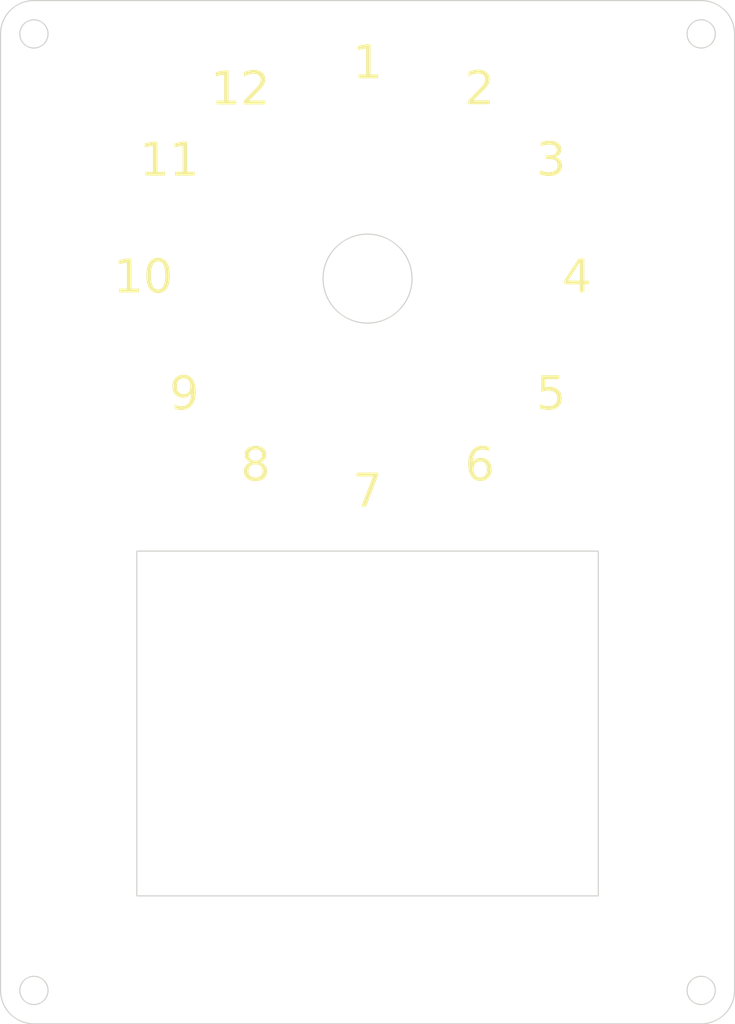
<source format=kicad_pcb>
(kicad_pcb (version 20221018) (generator pcbnew)

  (general
    (thickness 1.6)
  )

  (paper "A4")
  (layers
    (0 "F.Cu" signal)
    (31 "B.Cu" signal)
    (32 "B.Adhes" user "B.Adhesive")
    (33 "F.Adhes" user "F.Adhesive")
    (34 "B.Paste" user)
    (35 "F.Paste" user)
    (36 "B.SilkS" user "B.Silkscreen")
    (37 "F.SilkS" user "F.Silkscreen")
    (38 "B.Mask" user)
    (39 "F.Mask" user)
    (40 "Dwgs.User" user "User.Drawings")
    (41 "Cmts.User" user "User.Comments")
    (42 "Eco1.User" user "User.Eco1")
    (43 "Eco2.User" user "User.Eco2")
    (44 "Edge.Cuts" user)
    (45 "Margin" user)
    (46 "B.CrtYd" user "B.Courtyard")
    (47 "F.CrtYd" user "F.Courtyard")
    (48 "B.Fab" user)
    (49 "F.Fab" user)
    (50 "User.1" user)
    (51 "User.2" user)
    (52 "User.3" user)
    (53 "User.4" user)
    (54 "User.5" user)
    (55 "User.6" user)
    (56 "User.7" user)
    (57 "User.8" user)
    (58 "User.9" user)
  )

  (setup
    (pad_to_mask_clearance 0)
    (grid_origin 107.75 95.863201)
    (pcbplotparams
      (layerselection 0x00010fc_ffffffff)
      (plot_on_all_layers_selection 0x0000000_00000000)
      (disableapertmacros false)
      (usegerberextensions false)
      (usegerberattributes true)
      (usegerberadvancedattributes true)
      (creategerberjobfile true)
      (dashed_line_dash_ratio 12.000000)
      (dashed_line_gap_ratio 3.000000)
      (svgprecision 4)
      (plotframeref false)
      (viasonmask false)
      (mode 1)
      (useauxorigin false)
      (hpglpennumber 1)
      (hpglpenspeed 20)
      (hpglpendiameter 15.000000)
      (dxfpolygonmode true)
      (dxfimperialunits true)
      (dxfusepcbnewfont true)
      (psnegative false)
      (psa4output false)
      (plotreference true)
      (plotvalue true)
      (plotinvisibletext false)
      (sketchpadsonfab false)
      (subtractmaskfromsilk false)
      (outputformat 1)
      (mirror false)
      (drillshape 0)
      (scaleselection 1)
      (outputdirectory "midi-controller_control-faceplate_teensy-outputs/")
    )
  )

  (net 0 "")

  (gr_arc (start 104.75 95.863202) (mid 105.628679 93.741881) (end 107.75 92.863202)
    (stroke (width 0.1) (type default)) (layer "Edge.Cuts") (tstamp 3ee1dbf7-e6ce-48e0-89d8-645fb3d916be))
  (gr_circle (center 167.75 95.863202) (end 169.02 95.863202)
    (stroke (width 0.1) (type default)) (fill none) (layer "Edge.Cuts") (tstamp 416cc0eb-3227-4862-aafd-b718bc5df394))
  (gr_line (start 107.75 184.863201) (end 167.75 184.863201)
    (stroke (width 0.1) (type default)) (layer "Edge.Cuts") (tstamp 4e6611b1-9dd2-4c2f-9839-f772184afabf))
  (gr_circle (center 167.75 181.863201) (end 169.02 181.863201)
    (stroke (width 0.1) (type default)) (fill none) (layer "Edge.Cuts") (tstamp 655a30fd-4e39-4b75-b812-a2cb6dd45803))
  (gr_arc (start 170.75 181.863201) (mid 169.87132 183.984521) (end 167.75 184.863201)
    (stroke (width 0.1) (type default)) (layer "Edge.Cuts") (tstamp 67666c6a-5610-4b5c-8b66-ffdde5c7386a))
  (gr_circle (center 107.75 95.863202) (end 109.02 95.863202)
    (stroke (width 0.1) (type default)) (fill none) (layer "Edge.Cuts") (tstamp 6c0a193c-86a8-4177-8ca5-e4cf075a4123))
  (gr_circle (center 137.75 117.863202) (end 141.75 117.863202)
    (stroke (width 0.1) (type default)) (fill none) (layer "Edge.Cuts") (tstamp 84971eac-e06b-4dec-9ace-41fe865295ca))
  (gr_line (start 107.75 92.863202) (end 167.75 92.863202)
    (stroke (width 0.1) (type default)) (layer "Edge.Cuts") (tstamp 91326ba0-a242-48e0-9387-75b6cdab800a))
  (gr_rect (start 117 142.363202) (end 158.5 173.363202)
    (stroke (width 0.1) (type default)) (fill none) (layer "Edge.Cuts") (tstamp a58f85a6-c307-4341-889d-9e25ae5ada48))
  (gr_line (start 170.75 181.863201) (end 170.75 95.863202)
    (stroke (width 0.1) (type default)) (layer "Edge.Cuts") (tstamp ab526b2d-0116-407d-8aaa-5bbe389abd94))
  (gr_arc (start 167.75 92.863202) (mid 169.87132 93.741882) (end 170.75 95.863202)
    (stroke (width 0.1) (type default)) (layer "Edge.Cuts") (tstamp bbbb0eaf-30f4-4040-9ff9-b01ce70cdf98))
  (gr_line (start 104.75 95.863202) (end 104.75 181.863201)
    (stroke (width 0.1) (type default)) (layer "Edge.Cuts") (tstamp d899db24-7be0-4317-a7ad-4ac67f1822df))
  (gr_arc (start 107.75 184.863201) (mid 105.62868 183.984521) (end 104.75 181.863201)
    (stroke (width 0.1) (type default)) (layer "Edge.Cuts") (tstamp dd1cdcbb-1391-48bb-9bcf-6696870de542))
  (gr_circle (center 107.75 181.863201) (end 109.02 181.863201)
    (stroke (width 0.1) (type default)) (fill none) (layer "Edge.Cuts") (tstamp df922328-3806-43ad-bf57-55804826c98b))
  (gr_line (start 137.75 117.863202) (end 128.99 102.713202)
    (stroke (width 0.1) (type default)) (layer "F.Fab") (tstamp 028b32bd-624a-4bd4-a76f-5063e18c7149))
  (gr_line (start 137.75 117.863202) (end 152.9 109.103202)
    (stroke (width 0.1) (type default)) (layer "F.Fab") (tstamp 4f2d6b15-38b8-415b-bc57-405f111980f7))
  (gr_line (start 146.51 133.013202) (end 137.75 117.863202)
    (stroke (width 0.1) (type default)) (layer "F.Fab") (tstamp 5eb7b045-da05-4023-8312-da706a662fdf))
  (gr_line (start 137.75 117.863202) (end 122.59 109.113202)
    (stroke (width 0.1) (type default)) (layer "F.Fab") (tstamp 669fc4c3-557c-4cd6-87e1-4e49eb285984))
  (gr_line (start 137.75 117.863202) (end 120.25 117.863202)
    (stroke (width 0.1) (type default)) (layer "F.Fab") (tstamp 6c7c8b13-10cd-4317-9cfe-deb88db6c809))
  (gr_line (start 137.75 117.863202) (end 146.5 102.703202)
    (stroke (width 0.1) (type default)) (layer "F.Fab") (tstamp 87f69e51-844b-45d6-b15b-e300b4b196ef))
  (gr_line (start 152.91 126.613202) (end 137.75 117.863202)
    (stroke (width 0.1) (type default)) (layer "F.Fab") (tstamp a5ced7e9-fd44-434a-9846-f552ac3f6ae9))
  (gr_line (start 137.75 117.863202) (end 137.75 100.363202)
    (stroke (width 0.1) (type default)) (layer "F.Fab") (tstamp a6658438-bcaf-49ef-980d-d2474e5642dd))
  (gr_line (start 137.75 117.863202) (end 155.25 117.863202)
    (stroke (width 0.1) (type default)) (layer "F.Fab") (tstamp c4b463e2-5a16-463f-8d9d-0f6f1e962f6a))
  (gr_line (start 137.75 117.863202) (end 137.75 135.363202)
    (stroke (width 0.1) (type default)) (layer "F.Fab") (tstamp c579a527-9a78-4945-a951-2983accb5d07))
  (gr_line (start 129 133.023202) (end 137.75 117.863202)
    (stroke (width 0.1) (type default)) (layer "F.Fab") (tstamp c8b2dd62-e660-4d0c-938e-590ea9e7b505))
  (gr_line (start 122.6 126.623202) (end 137.75 117.863202)
    (stroke (width 0.1) (type default)) (layer "F.Fab") (tstamp dc9c1f98-2136-4c44-aeb4-2b8083052fa3))
  (gr_circle (center 137.75 117.863202) (end 153.625 117.863202)
    (stroke (width 0.1) (type default)) (fill none) (layer "F.Fab") (tstamp ddc37227-65ed-45bb-b7f2-e000e3a9a993))
  (gr_text "5" (at 152.91 126.613202) (layer "F.SilkS") (tstamp 2db353b5-80ce-49f2-8d4e-947d57ccd231)
    (effects (font (face "Bariol") (size 3 3) (thickness 0.15)) (justify left top))
    (render_cache "5" 0
      (polygon
        (pts
          (xy 154.052323 127.737416)          (xy 154.001241 127.738198)          (xy 153.9521 127.74051)          (xy 153.904847 127.744304)
          (xy 153.859433 127.749529)          (xy 153.815804 127.756137)          (xy 153.773909 127.764078)          (xy 153.733698 127.773303)
          (xy 153.695118 127.783762)          (xy 153.658118 127.795405)          (xy 153.622647 127.808185)          (xy 153.588652 127.822051)
          (xy 153.556083 127.836953)          (xy 153.524888 127.852843)          (xy 153.495015 127.869671)          (xy 153.466412 127.887388)
          (xy 153.43903 127.905944)          (xy 153.606824 127.033997)          (xy 154.791646 127.033997)          (xy 154.823874 127.02988)
          (xy 154.853221 127.018232)          (xy 154.87863 127.000112)          (xy 154.899044 126.976574)          (xy 154.913408 126.948675)
          (xy 154.920664 126.917473)          (xy 154.921339 126.904304)          (xy 154.917222 126.871784)          (xy 154.905575 126.842235)
          (xy 154.887454 126.816698)          (xy 154.863916 126.796212)          (xy 154.836018 126.781818)          (xy 154.804816 126.774554)
          (xy 154.791646 126.773878)          (xy 153.514501 126.773878)          (xy 153.483011 126.77766)          (xy 153.455399 126.788033)
          (xy 153.427855 126.807126)          (xy 153.406958 126.831088)          (xy 153.393285 126.857397)          (xy 153.388471 126.874995)
          (xy 153.145205 128.119168)          (xy 153.138569 128.149138)          (xy 153.136413 128.17339)          (xy 153.140533 128.20557)
          (xy 153.1522 128.234794)          (xy 153.170374 128.260041)          (xy 153.194015 128.280287)          (xy 153.222084 128.294508)
          (xy 153.25354 128.301683)          (xy 153.266838 128.30235)          (xy 153.296889 128.299544)          (xy 153.325487 128.290314)
          (xy 153.351624 128.274334)          (xy 153.375553 128.252963)          (xy 153.380411 128.248128)          (xy 153.415665 128.215085)
          (xy 153.450936 128.18461)          (xy 153.486414 128.156642)          (xy 153.522286 128.131121)          (xy 153.558742 128.107987)
          (xy 153.595971 128.08718)          (xy 153.634161 128.06864)          (xy 153.673503 128.052307)          (xy 153.714183 128.03812)
          (xy 153.756393 128.02602)          (xy 153.800319 128.015946)          (xy 153.846152 128.007839)          (xy 153.89408 128.001638)
          (xy 153.944292 127.997283)          (xy 153.996977 127.994714)          (xy 154.052323 127.993871)          (xy 154.090166 127.994498)
          (xy 154.127286 127.996385)          (xy 154.163652 127.999544)          (xy 154.199233 128.003987)          (xy 154.233996 128.009723)
          (xy 154.267912 128.016766)          (xy 154.300948 128.025125)          (xy 154.333073 128.034813)          (xy 154.364255 128.04584)
          (xy 154.394464 128.058218)          (xy 154.423668 128.071958)          (xy 154.451835 128.087071)          (xy 154.478934 128.103569)
          (xy 154.504934 128.121463)          (xy 154.529803 128.140764)          (xy 154.55351 128.161483)          (xy 154.576023 128.183632)
          (xy 154.597311 128.207222)          (xy 154.617343 128.232264)          (xy 154.636088 128.25877)          (xy 154.653513 128.28675)
          (xy 154.669587 128.316217)          (xy 154.68428 128.347181)          (xy 154.697559 128.379653)          (xy 154.709394 128.413645)
          (xy 154.719753 128.449168)          (xy 154.728604 128.486234)          (xy 154.735916 128.524853)          (xy 154.741658 128.565038)
          (xy 154.745798 128.606798)          (xy 154.748305 128.650146)          (xy 154.749148 128.695093)          (xy 154.748305 128.741146)
          (xy 154.745798 128.785481)          (xy 154.741658 128.828115)          (xy 154.735916 128.869066)          (xy 154.728604 128.908348)
          (xy 154.719753 128.94598)          (xy 154.709394 128.981979)          (xy 154.697559 129.01636)          (xy 154.68428 129.049141)
          (xy 154.669587 129.080338)          (xy 154.653513 129.109968)          (xy 154.636088 129.138049)          (xy 154.617343 129.164596)
          (xy 154.597311 129.189626)          (xy 154.576023 129.213157)          (xy 154.55351 129.235205)          (xy 154.529803 129.255787)
          (xy 154.504934 129.274919)          (xy 154.478934 129.292619)          (xy 154.451835 129.308903)          (xy 154.423668 129.323788)
          (xy 154.394464 129.33729)          (xy 154.364255 129.349427)          (xy 154.333073 129.360216)          (xy 154.300948 129.369672)
          (xy 154.267912 129.377813)          (xy 154.233996 129.384655)          (xy 154.199233 129.390216)          (xy 154.163652 129.394512)
          (xy 154.127286 129.397559)          (xy 154.090166 129.399376)          (xy 154.052323 129.399977)          (xy 154.020028 129.399609)
          (xy 153.988524 129.398497)          (xy 153.957791 129.396633)          (xy 153.927811 129.394007)          (xy 153.898563 129.39061)
          (xy 153.842182 129.381469)          (xy 153.788492 129.369136)          (xy 153.737332 129.353537)          (xy 153.688545 129.3346)
          (xy 153.641971 129.312253)          (xy 153.597451 129.286421)          (xy 153.554826 129.257032)          (xy 153.513939 129.224013)
          (xy 153.474629 129.187292)          (xy 153.436738 129.146794)          (xy 153.400107 129.102447)          (xy 153.382214 129.078808)
          (xy 153.364577 129.054179)          (xy 153.347176 129.028551)          (xy 153.32999 129.001915)          (xy 153.313 128.974262)
          (xy 153.2949 128.9474)          (xy 153.272707 128.924752)          (xy 153.24653 128.909057)          (xy 153.216801 128.901435)
          (xy 153.195031 128.900257)          (xy 153.162803 128.904377)          (xy 153.133456 128.916044)          (xy 153.108048 128.934218)
          (xy 153.087633 128.957859)          (xy 153.07327 128.985928)          (xy 153.066014 129.017384)          (xy 153.065338 129.030682)
          (xy 153.069319 129.060863)          (xy 153.079828 129.088948)          (xy 153.082191 129.093697)          (xy 153.098811 129.126717)
          (xy 153.116382 129.158863)          (xy 153.134898 129.190123)          (xy 153.15435 129.220486)          (xy 153.174733 129.249941)
          (xy 153.19604 129.278475)          (xy 153.218264 129.306078)          (xy 153.241399 129.332738)          (xy 153.265437 129.358444)
          (xy 153.290373 129.383185)          (xy 153.316198 129.406948)          (xy 153.342908 129.429723)          (xy 153.370494 129.451498)
          (xy 153.39895 129.472262)          (xy 153.42827 129.492004)          (xy 153.458447 129.510711)          (xy 153.489474 129.528373)
          (xy 153.521344 129.544978)          (xy 153.554051 129.560515)          (xy 153.587587 129.574972)          (xy 153.621947 129.588338)
          (xy 153.657124 129.600602)          (xy 153.69311 129.611752)          (xy 153.7299 129.621777)          (xy 153.767486 129.630665)
          (xy 153.805861 129.638405)          (xy 153.84502 129.644985)          (xy 153.884955 129.650395)          (xy 153.925659 129.654622)
          (xy 153.967127 129.657656)          (xy 154.00935 129.659484)          (xy 154.052323 129.660096)          (xy 154.105726 129.65922)
          (xy 154.158056 129.656583)          (xy 154.209275 129.652173)          (xy 154.259341 129.645974)          (xy 154.308212 129.637974)
          (xy 154.355848 129.62816)          (xy 154.402209 129.616518)          (xy 154.447253 129.603035)          (xy 154.490938 129.587697)
          (xy 154.533226 129.570491)          (xy 154.574073 129.551403)          (xy 154.61344 129.53042)          (xy 154.651286 129.507529)
          (xy 154.687569 129.482716)          (xy 154.722249 129.455968)          (xy 154.755285 129.427272)          (xy 154.786635 129.396613)
          (xy 154.81626 129.363979)          (xy 154.844117 129.329356)          (xy 154.870167 129.29273)          (xy 154.894368 129.254089)
          (xy 154.916679 129.213419)          (xy 154.93706 129.170706)          (xy 154.955468 129.125937)          (xy 154.971865 129.079099)
          (xy 154.986208 129.030178)          (xy 154.998456 128.979161)          (xy 155.00857 128.926034)          (xy 155.016507 128.870784)
          (xy 155.022227 128.813398)          (xy 155.025689 128.753861)          (xy 155.026852 128.692162)          (xy 155.025689 128.63166)
          (xy 155.022227 128.573248)          (xy 155.016507 128.516912)          (xy 155.00857 128.462643)          (xy 154.998456 128.41043)
          (xy 154.986208 128.36026)          (xy 154.971865 128.312125)          (xy 154.955468 128.266011)          (xy 154.93706 128.22191)
          (xy 154.916679 128.179808)          (xy 154.894368 128.139696)          (xy 154.870167 128.101562)          (xy 154.844117 128.065396)
          (xy 154.81626 128.031187)          (xy 154.786635 127.998922)          (xy 154.755285 127.968592)          (xy 154.722249 127.940186)
          (xy 154.687569 127.913692)          (xy 154.651286 127.889099)          (xy 154.61344 127.866397)          (xy 154.574073 127.845574)
          (xy 154.533226 127.826619)          (xy 154.490938 127.809522)          (xy 154.447253 127.794272)          (xy 154.402209 127.780856)
          (xy 154.355848 127.769265)          (xy 154.308212 127.759488)          (xy 154.259341 127.751513)          (xy 154.209275 127.745329)
          (xy 154.158056 127.740926)          (xy 154.105726 127.738292)
        )
      )
    )
  )
  (gr_text "3" (at 152.91 109.093202) (layer "F.SilkS") (tstamp 2eab3664-2b19-45b7-8f9a-fbdcb25e8623)
    (effects (font (face "Bariol") (size 3 3) (thickness 0.15)) (justify left bottom))
    (render_cache "3" 0
      (polygon
        (pts
          (xy 154.018618 106.8481)          (xy 154.804103 105.966628)          (xy 154.821461 105.941898)          (xy 154.832964 105.914421)
          (xy 154.837703 105.884196)          (xy 154.837808 105.8787)          (xy 154.833931 105.846468)          (xy 154.822893 105.817651)
          (xy 154.805583 105.793087)          (xy 154.782889 105.773614)          (xy 154.755701 105.760071)          (xy 154.724907 105.753298)
          (xy 154.711779 105.752671)          (xy 153.342309 105.752671)          (xy 153.310077 105.756503)          (xy 153.28126 105.767438)
          (xy 153.256696 105.78464)          (xy 153.237223 105.807268)          (xy 153.22368 105.834485)          (xy 153.216906 105.865452)
          (xy 153.21628 105.8787)          (xy 153.220112 105.91064)          (xy 153.231047 105.939255)          (xy 153.248249 105.963691)
          (xy 153.270877 105.983093)          (xy 153.298094 105.996604)          (xy 153.32906 106.003371)          (xy 153.342309 106.003997)
          (xy 154.426015 106.003997)          (xy 153.652986 106.886202)          (xy 153.635753 106.910108)          (xy 153.623548 106.939302)
          (xy 153.619317 106.97066)          (xy 153.619281 106.97413)          (xy 153.623158 107.006362)          (xy 153.634196 107.035179)
          (xy 153.651506 107.059743)          (xy 153.6742 107.079216)          (xy 153.701388 107.092759)          (xy 153.732182 107.099532)
          (xy 153.74531 107.100159)          (xy 154.039867 107.100159)          (xy 154.083782 107.100961)          (xy 154.125835 107.103347)
          (xy 154.166055 107.107286)          (xy 154.204475 107.112748)          (xy 154.241124 107.119703)          (xy 154.276033 107.12812)
          (xy 154.309233 107.137968)          (xy 154.340755 107.149217)          (xy 154.370629 107.161837)          (xy 154.398887 107.175798)
          (xy 154.425558 107.191068)          (xy 154.450674 107.207617)          (xy 154.474266 107.225415)          (xy 154.516997 107.264635)
          (xy 154.553999 107.308486)          (xy 154.585516 107.356723)          (xy 154.611795 107.409102)          (xy 154.623047 107.436769)
          (xy 154.633082 107.46538)          (xy 154.641929 107.494905)          (xy 154.649621 107.525313)          (xy 154.656188 107.556575)
          (xy 154.66166 107.588658)          (xy 154.666068 107.621534)          (xy 154.669443 107.655171)          (xy 154.671816 107.689539)
          (xy 154.673217 107.724608)          (xy 154.673677 107.760347)          (xy 154.673013 107.79674)          (xy 154.67102 107.832135)
          (xy 154.667696 107.866522)          (xy 154.663037 107.899891)          (xy 154.657041 107.93223)          (xy 154.649706 107.963531)
          (xy 154.641029 107.993782)          (xy 154.631007 108.022973)          (xy 154.619638 108.051094)          (xy 154.60692 108.078135)
          (xy 154.59285 108.104085)          (xy 154.560643 108.152672)          (xy 154.522996 108.196771)          (xy 154.47989 108.2363)
          (xy 154.456284 108.254326)          (xy 154.431305 108.271178)          (xy 154.40495 108.286846)          (xy 154.377218 108.30132)
          (xy 154.348106 108.314589)          (xy 154.317612 108.326644)          (xy 154.285732 108.337474)          (xy 154.252464 108.347069)
          (xy 154.217806 108.355417)          (xy 154.181755 108.36251)          (xy 154.144308 108.368336)          (xy 154.105463 108.372885)
          (xy 154.065218 108.376148)          (xy 154.02357 108.378113)          (xy 153.980516 108.37877)          (xy 153.94901 108.378362)
          (xy 153.918235 108.377146)          (xy 153.888183 108.375133)          (xy 153.858846 108.372335)          (xy 153.802286 108.36443)
          (xy 153.748493 108.353525)          (xy 153.697405 108.339714)          (xy 153.648959 108.32309)          (xy 153.603094 108.303746)
          (xy 153.559747 108.281775)          (xy 153.518855 108.257272)          (xy 153.480357 108.230328)          (xy 153.44419 108.201039)
          (xy 153.410293 108.169496)          (xy 153.378602 108.135794)          (xy 153.349056 108.100026)          (xy 153.321592 108.062285)
          (xy 153.296147 108.022664)          (xy 153.276415 107.997667)          (xy 153.251864 107.977348)          (xy 153.22269 107.963871)
          (xy 153.193378 107.958552)          (xy 153.182575 107.958184)          (xy 153.150587 107.962061)          (xy 153.12185 107.973099)
          (xy 153.097252 107.990409)          (xy 153.077681 108.013103)          (xy 153.064028 108.040291)          (xy 153.05718 108.071085)
          (xy 153.056545 108.084213)          (xy 153.059984 108.114211)          (xy 153.070199 108.141992)          (xy 153.077794 108.156021)
          (xy 153.093485 108.181362)          (xy 153.109925 108.206264)          (xy 153.127119 108.230701)          (xy 153.145074 108.25465)
          (xy 153.163795 108.278087)          (xy 153.183288 108.300988)          (xy 153.203559 108.32333)          (xy 153.224615 108.345088)
          (xy 153.24646 108.366238)          (xy 153.269102 108.386757)          (xy 153.292545 108.406621)          (xy 153.316796 108.425805)
          (xy 153.34186 108.444287)          (xy 153.367744 108.462041)          (xy 153.394453 108.479045)          (xy 153.421994 108.495274)
          (xy 153.450371 108.510705)          (xy 153.479592 108.525313)          (xy 153.509662 108.539075)          (xy 153.540587 108.551966)
          (xy 153.572372 108.563964)          (xy 153.605025 108.575043)          (xy 153.63855 108.585181)          (xy 153.672953 108.594353)
          (xy 153.708241 108.602535)          (xy 153.744419 108.609704)          (xy 153.781494 108.615835)          (xy 153.81947 108.620906)
          (xy 153.858355 108.624891)          (xy 153.898153 108.627767)          (xy 153.938872 108.62951)          (xy 153.980516 108.630096)
          (xy 154.039514 108.629178)          (xy 154.096705 108.626431)          (xy 154.152084 108.621871)          (xy 154.205647 108.61551)
          (xy 154.257389 108.607364)          (xy 154.307307 108.597445)          (xy 154.355396 108.585769)          (xy 154.401652 108.572348)
          (xy 154.44607 108.557197)          (xy 154.488646 108.54033)          (xy 154.529376 108.52176)          (xy 154.568256 108.501502)
          (xy 154.605281 108.47957)          (xy 154.640447 108.455977)          (xy 154.673749 108.430738)          (xy 154.705184 108.403866)
          (xy 154.734748 108.375376)          (xy 154.762435 108.345281)          (xy 154.788241 108.313595)          (xy 154.812163 108.280333)
          (xy 154.834195 108.245508)          (xy 154.854335 108.209134)          (xy 154.872576 108.171225)          (xy 154.888916 108.131795)
          (xy 154.90335 108.090858)          (xy 154.915873 108.048428)          (xy 154.926481 108.00452)          (xy 154.93517 107.959146)
          (xy 154.941935 107.912321)          (xy 154.946773 107.864058)          (xy 154.949679 107.814373)          (xy 154.950648 107.763278)
          (xy 154.950039 107.718814)          (xy 154.948177 107.674634)          (xy 154.945012 107.630812)          (xy 154.940495 107.587422)
          (xy 154.934574 107.544538)          (xy 154.927199 107.502235)          (xy 154.91832 107.460585)          (xy 154.907887 107.419663)
          (xy 154.895849 107.379543)          (xy 154.882156 107.340298)          (xy 154.866758 107.302004)          (xy 154.849605 107.264732)
          (xy 154.830646 107.228559)          (xy 154.80983 107.193556)          (xy 154.787108 107.159799)          (xy 154.762429 107.127361)
          (xy 154.735743 107.096317)          (xy 154.706999 107.066739)          (xy 154.676148 107.038703)          (xy 154.643139 107.012282)
          (xy 154.607921 106.987549)          (xy 154.570444 106.964579)          (xy 154.530659 106.943446)          (xy 154.488514 106.924224)
          (xy 154.44396 106.906986)          (xy 154.396946 106.891807)          (xy 154.347421 106.87876)          (xy 154.295336 106.86792)
          (xy 154.24064 106.85936)          (xy 154.183283 106.853154)          (xy 154.123214 106.849376)          (xy 154.060383 106.8481)
        )
      )
    )
  )
  (gr_text "2" (at 146.5 102.693202) (layer "F.SilkS") (tstamp 3172128a-f8cd-4e35-a3b9-689097791c89)
    (effects (font (face "Bariol") (size 3 3) (thickness 0.15)) (justify left bottom))
    (render_cache "2" 0
      (polygon
        (pts
          (xy 146.781367 99.82235)          (xy 146.773893 99.851618)          (xy 146.772575 99.868512)          (xy 146.776695 99.90074)
          (xy 146.788361 99.930086)          (xy 146.806535 99.955495)          (xy 146.830177 99.97591)          (xy 146.858245 99.990273)
          (xy 146.889702 99.997529)          (xy 146.903 99.998205)          (xy 146.932225 99.995143)          (xy 146.962886 99.983988)
          (xy 146.989497 99.964932)          (xy 147.008804 99.942517)          (xy 147.024633 99.914674)          (xy 147.043439 99.875915)
          (xy 147.063725 99.838094)          (xy 147.085704 99.801425)          (xy 147.109584 99.766125)          (xy 147.135576 99.732409)
          (xy 147.163892 99.700493)          (xy 147.19474 99.670592)          (xy 147.228332 99.642923)          (xy 147.264877 99.617702)
          (xy 147.304587 99.595143)          (xy 147.347671 99.575463)          (xy 147.39434 99.558877)          (xy 147.444805 99.545601)
          (xy 147.499275 99.535852)          (xy 147.557961 99.529844)          (xy 147.588951 99.52831)          (xy 147.621074 99.527793)
          (xy 147.657981 99.528509)          (xy 147.69382 99.530638)          (xy 147.728585 99.534148)          (xy 147.762269 99.539009)
          (xy 147.794865 99.545191)          (xy 147.826367 99.552663)          (xy 147.856767 99.561395)          (xy 147.886059 99.571356)
          (xy 147.914235 99.582517)          (xy 147.94129 99.594845)          (xy 147.992005 99.622886)          (xy 148.03815 99.655236)
          (xy 148.079671 99.69165)          (xy 148.116511 99.731885)          (xy 148.148617 99.775697)          (xy 148.175934 99.822844)
          (xy 148.198407 99.87308)          (xy 148.215981 99.926163)          (xy 148.228602 99.981849)          (xy 148.236215 100.039894)
          (xy 148.238126 100.069725)          (xy 148.238764 100.100054)          (xy 148.234281 100.183986)          (xy 148.221212 100.263423)
          (xy 148.20013 100.338668)          (xy 148.171608 100.410023)          (xy 148.136217 100.477789)          (xy 148.094531 100.542268)
          (xy 148.047121 100.603762)          (xy 147.99456 100.662572)          (xy 147.93742 100.719001)          (xy 147.876273 100.77335)
          (xy 147.811692 100.82592)          (xy 147.74425 100.877014)          (xy 147.674518 100.926933)          (xy 147.603069 100.97598)
          (xy 147.530475 101.024454)          (xy 147.457309 101.07266)          (xy 147.384143 101.120897)          (xy 147.31155 101.169469)
          (xy 147.240101 101.218676)          (xy 147.170369 101.268821)          (xy 147.102926 101.320204)          (xy 147.038346 101.373129)
          (xy 146.977199 101.427896)          (xy 146.920059 101.484808)          (xy 146.867498 101.544166)          (xy 146.820088 101.606272)
          (xy 146.778401 101.671427)          (xy 146.743011 101.739934)          (xy 146.714488 101.812093)          (xy 146.693407 101.888208)
          (xy 146.680338 101.968579)          (xy 146.675854 102.053509)          (xy 146.68002 102.085736)          (xy 146.691789 102.115083)
          (xy 146.710072 102.140492)          (xy 146.733779 102.160906)          (xy 146.761819 102.17527)          (xy 146.793103 102.182526)
          (xy 146.80628 102.183202)          (xy 148.427808 102.183202)          (xy 148.460036 102.179084)          (xy 148.489383 102.167437)
          (xy 148.514792 102.149316)          (xy 148.535206 102.125778)          (xy 148.54957 102.09788)          (xy 148.556826 102.066678)
          (xy 148.557501 102.053509)          (xy 148.553384 102.020988)          (xy 148.541737 101.991439)          (xy 148.523616 101.965902)
          (xy 148.500078 101.945417)          (xy 148.47218 101.931022)          (xy 148.440978 101.923759)          (xy 148.427808 101.923083)
          (xy 146.961618 101.923083)          (xy 146.966089 101.876002)          (xy 146.979121 101.82999)          (xy 147.000144 101.784878)
          (xy 147.028586 101.740495)          (xy 147.063877 101.696669)          (xy 147.105446 101.653229)          (xy 147.152723 101.610006)
          (xy 147.205136 101.566828)          (xy 147.262116 101.523524)          (xy 147.32309 101.479924)          (xy 147.387489 101.435857)
          (xy 147.454742 101.391152)          (xy 147.524278 101.345638)          (xy 147.595526 101.299145)          (xy 147.667915 101.251501)
          (xy 147.740875 101.202536)          (xy 147.813835 101.152079)          (xy 147.886225 101.099959)          (xy 147.957473 101.046006)
          (xy 148.027009 100.990049)          (xy 148.094261 100.931916)          (xy 148.15866 100.871438)          (xy 148.219635 100.808443)
          (xy 148.276614 100.74276)          (xy 148.329028 100.674219)          (xy 148.376304 100.602649)          (xy 148.417874 100.527879)
          (xy 148.453165 100.449739)          (xy 148.481607 100.368057)          (xy 148.502629 100.282663)          (xy 148.515661 100.193385)
          (xy 148.520132 100.100054)          (xy 148.51915 100.05411)          (xy 148.516218 100.00917)          (xy 148.511355 99.965264)
          (xy 148.504582 99.922422)          (xy 148.495918 99.880674)          (xy 148.485385 99.840049)          (xy 148.473002 99.800578)
          (xy 148.458789 99.762289)          (xy 148.442766 99.725214)          (xy 148.424954 99.689381)          (xy 148.405373 99.654821)
          (xy 148.384042 99.621562)          (xy 148.360982 99.589636)          (xy 148.336213 99.559072)          (xy 148.309756 99.529899)
          (xy 148.281629 99.502148)          (xy 148.251854 99.475847)          (xy 148.22045 99.451028)          (xy 148.187438 99.42772)
          (xy 148.152838 99.405951)          (xy 148.116669 99.385754)          (xy 148.078953 99.367156)          (xy 148.039708 99.350188)
          (xy 147.998956 99.33488)          (xy 147.956716 99.321261)          (xy 147.913009 99.309361)          (xy 147.867854 99.29921)
          (xy 147.821272 99.290839)          (xy 147.773283 99.284275)          (xy 147.723907 99.27955)          (xy 147.673164 99.276694)
          (xy 147.621074 99.275735)          (xy 147.58095 99.276336)          (xy 147.541641 99.278131)          (xy 147.503155 99.281107)
          (xy 147.465501 99.285252)          (xy 147.428686 99.290552)          (xy 147.392718 99.296996)          (xy 147.357606 99.304571)
          (xy 147.323357 99.313264)          (xy 147.28998 99.323063)          (xy 147.257483 99.333954)          (xy 147.225873 99.345926)
          (xy 147.195159 99.358965)          (xy 147.165348 99.37306)          (xy 147.136449 99.388197)          (xy 147.108471 99.404364)
          (xy 147.08142 99.421548)          (xy 147.055305 99.439736)          (xy 147.030134 99.458917)          (xy 147.005915 99.479077)
          (xy 146.982656 99.500204)          (xy 146.960365 99.522286)          (xy 146.939051 99.545308)          (xy 146.91872 99.56926)
          (xy 146.899382 99.594128)          (xy 146.881045 99.6199)          (xy 146.863716 99.646563)          (xy 146.847403 99.674104)
          (xy 146.832114 99.702512)          (xy 146.817859 99.731773)          (xy 146.804644 99.761874)          (xy 146.792477 99.792803)
          (xy 146.781367 99.824548)
        )
      )
    )
  )
  (gr_text "11" (at 122.59 109.113202) (layer "F.SilkS") (tstamp 5d0dd5cb-33df-43a1-82fa-4cb10d07b4d4)
    (effects (font (face "Bariol") (size 3 3) (thickness 0.15)) (justify right bottom))
    (render_cache "11" 0
      (polygon
        (pts
          (xy 120.459958 106.131708)          (xy 120.459958 108.510878)          (xy 120.464381 108.545442)          (xy 120.476877 108.576934)
          (xy 120.496289 108.604213)          (xy 120.52146 108.626139)          (xy 120.551233 108.641572)          (xy 120.584451 108.64937)
          (xy 120.598444 108.650096)          (xy 120.633008 108.645671)          (xy 120.6645 108.633155)          (xy 120.69178 108.61369)
          (xy 120.713706 108.588415)          (xy 120.729138 108.558472)          (xy 120.736936 108.524999)          (xy 120.737662 108.510878)
          (xy 120.737662 105.88258)          (xy 120.733237 105.847968)          (xy 120.720722 105.816354)          (xy 120.701256 105.788913)
          (xy 120.675982 105.766818)          (xy 120.646038 105.751244)          (xy 120.612565 105.743364)          (xy 120.598444 105.742629)
          (xy 120.566862 105.746532)          (xy 120.538795 105.757617)          (xy 120.514913 105.772671)          (xy 119.855457 106.232825)
          (xy 119.833008 106.252045)          (xy 119.815792 106.275875)          (xy 119.80276 106.306567)          (xy 119.797079 106.338513)
          (xy 119.796839 106.346398)          (xy 119.801245 106.379206)          (xy 119.813623 106.409486)          (xy 119.832717 106.435996)
          (xy 119.857268 106.457495)          (xy 119.886018 106.472741)          (xy 119.91771 106.480494)          (xy 119.930928 106.48122)
          (xy 119.96251 106.477781)          (xy 119.991928 106.467309)          (xy 120.010796 106.456307)
        )
      )
      (polygon
        (pts
          (xy 121.934208 106.131708)          (xy 121.934208 108.510878)          (xy 121.938631 108.545442)          (xy 121.951127 108.576934)
          (xy 121.970539 108.604213)          (xy 121.99571 108.626139)          (xy 122.025483 108.641572)          (xy 122.058701 108.64937)
          (xy 122.072694 108.650096)          (xy 122.107258 108.645671)          (xy 122.13875 108.633155)          (xy 122.166029 108.61369)
          (xy 122.187955 108.588415)          (xy 122.203388 108.558472)          (xy 122.211186 108.524999)          (xy 122.211912 108.510878)
          (xy 122.211912 105.88258)          (xy 122.207487 105.847968)          (xy 122.194971 105.816354)          (xy 122.175506 105.788913)
          (xy 122.150231 105.766818)          (xy 122.120288 105.751244)          (xy 122.086815 105.743364)          (xy 122.072694 105.742629)
          (xy 122.041112 105.746532)          (xy 122.013045 105.757617)          (xy 121.989163 105.772671)          (xy 121.329707 106.232825)
          (xy 121.307258 106.252045)          (xy 121.290042 106.275875)          (xy 121.27701 106.306567)          (xy 121.271328 106.338513)
          (xy 121.271089 106.346398)          (xy 121.275494 106.379206)          (xy 121.287873 106.409486)          (xy 121.306967 106.435996)
          (xy 121.331517 106.457495)          (xy 121.360268 106.472741)          (xy 121.391959 106.480494)          (xy 121.405178 106.48122)
          (xy 121.43676 106.477781)          (xy 121.466178 106.467309)          (xy 121.485046 106.456307)
        )
      )
    )
  )
  (gr_text "6" (at 146.5 133.003202) (layer "F.SilkS") (tstamp 5d26acff-2c6c-4d9d-b177-b8890d702196)
    (effects (font (face "Bariol") (size 3 3) (thickness 0.15)) (justify left top))
    (render_cache "6" 0
      (polygon
        (pts
          (xy 147.722191 134.174311)          (xy 147.687824 134.174896)          (xy 147.654107 134.176623)          (xy 147.621049 134.179448)
          (xy 147.588654 134.183328)          (xy 147.55693 134.18822)          (xy 147.525884 134.19408)          (xy 147.495521 134.200865)
          (xy 147.46585 134.208532)          (xy 147.436877 134.217037)          (xy 147.408608 134.226336)          (xy 147.38105 134.236388)
          (xy 147.328094 134.258572)          (xy 147.278062 134.283243)          (xy 147.23101 134.310053)          (xy 147.186989 134.338656)
          (xy 147.146054 134.368706)          (xy 147.108259 134.399855)          (xy 147.073657 134.431757)          (xy 147.042302 134.464066)
          (xy 147.014247 134.496434)          (xy 146.989547 134.528515)          (xy 146.978471 134.544339)          (xy 146.979019 134.48179)
          (xy 146.980689 134.420174)          (xy 146.983523 134.359558)          (xy 146.987562 134.300013)          (xy 146.992845 134.241607)
          (xy 146.999414 134.184409)          (xy 147.00731 134.128489)          (xy 147.016573 134.073916)          (xy 147.027245 134.020758)
          (xy 147.039365 133.969085)          (xy 147.052975 133.918966)          (xy 147.068116 133.870471)          (xy 147.084828 133.823667)
          (xy 147.103152 133.778624)          (xy 147.12313 133.735412)          (xy 147.144801 133.694099)          (xy 147.168206 133.654755)
          (xy 147.193387 133.617448)          (xy 147.220384 133.582248)          (xy 147.249237 133.549223)          (xy 147.279989 133.518444)
          (xy 147.312678 133.489979)          (xy 147.347347 133.463896)          (xy 147.384036 133.440266)          (xy 147.422786 133.419157)
          (xy 147.463638 133.400638)          (xy 147.506631 133.384779)          (xy 147.551808 133.371648)          (xy 147.599209 133.361315)
          (xy 147.648875 133.353849)          (xy 147.700846 133.349319)          (xy 147.755163 133.347793)          (xy 147.79263 133.348633)
          (xy 147.829201 133.351111)          (xy 147.864891 133.355164)          (xy 147.899717 133.360731)          (xy 147.933693 133.367748)
          (xy 147.966833 133.376155)          (xy 147.999154 133.385888)          (xy 148.030669 133.396886)          (xy 148.061395 133.409086)
          (xy 148.091346 133.422426)          (xy 148.120536 133.436843)          (xy 148.148982 133.452276)          (xy 148.176698 133.468662)
          (xy 148.203699 133.485938)          (xy 148.230001 133.504044)          (xy 148.255617 133.522915)          (xy 148.282263 133.540593)
          (xy 148.311731 133.552718)          (xy 148.340809 133.556597)          (xy 148.343545 133.556621)          (xy 148.37582 133.55245)
          (xy 148.405289 133.540642)          (xy 148.43086 133.522252)          (xy 148.451443 133.498339)          (xy 148.465949 133.469958)
          (xy 148.473286 133.438165)          (xy 148.47397 133.42473)          (xy 148.470164 133.393095)          (xy 148.459722 133.365144)
          (xy 148.441923 133.338497)          (xy 148.431472 133.327277)          (xy 148.399498 133.296335)          (xy 148.374111 133.275651)
          (xy 148.345561 133.255155)          (xy 148.313932 133.235045)          (xy 148.279303 133.215519)          (xy 148.241757 133.196776)
          (xy 148.201375 133.179015)          (xy 148.158239 133.162434)          (xy 148.11243 133.147231)          (xy 148.064031 133.133606)
          (xy 148.013122 133.121757)          (xy 147.959785 133.111882)          (xy 147.904101 133.10418)          (xy 147.846153 133.098849)
          (xy 147.816356 133.097136)          (xy 147.786022 133.096089)          (xy 147.755163 133.095735)          (xy 147.693798 133.097067)
          (xy 147.634052 133.101088)          (xy 147.575945 133.107831)          (xy 147.519501 133.117333)          (xy 147.46474 133.129627)
          (xy 147.411685 133.144749)          (xy 147.360356 133.162734)          (xy 147.310775 133.183616)          (xy 147.262964 133.207431)
          (xy 147.216945 133.234212)          (xy 147.172739 133.263996)          (xy 147.130368 133.296817)          (xy 147.089853 133.33271)
          (xy 147.051216 133.371709)          (xy 147.014478 133.41385)          (xy 146.979662 133.459168)          (xy 146.946788 133.507697)
          (xy 146.915879 133.559472)          (xy 146.886956 133.614529)          (xy 146.86004 133.672901)          (xy 146.835153 133.734625)
          (xy 146.812317 133.799734)          (xy 146.791553 133.868264)          (xy 146.772884 133.94025)          (xy 146.756329 134.015726)
          (xy 146.741912 134.094728)          (xy 146.729654 134.177289)          (xy 146.719576 134.263446)          (xy 146.7117 134.353233)
          (xy 146.706048 134.446685)          (xy 146.70264 134.543837)          (xy 146.7015 134.644723)          (xy 146.702364 134.721086)
          (xy 146.704971 134.795987)          (xy 146.709341 134.869362)          (xy 146.715495 134.941149)          (xy 146.723453 135.011283)
          (xy 146.733238 135.079703)          (xy 146.744869 135.146344)          (xy 146.758366 135.211145)          (xy 146.773752 135.274041)
          (xy 146.791047 135.334971)          (xy 146.810271 135.39387)          (xy 146.831446 135.450676)          (xy 146.854592 135.505325)
          (xy 146.87973 135.557755)          (xy 146.90688 135.607903)          (xy 146.936065 135.655705)          (xy 146.967303 135.701099)
          (xy 147.000617 135.744021)          (xy 147.036026 135.784408)          (xy 147.073553 135.822198)          (xy 147.113217 135.857326)
          (xy 147.155039 135.889731)          (xy 147.19904 135.919349)          (xy 147.245242 135.946117)          (xy 147.293664 135.969972)
          (xy 147.344327 135.990851)          (xy 147.397253 136.008691)          (xy 147.452462 136.023429)          (xy 147.509975 136.035001)
          (xy 147.569813 136.043345)          (xy 147.631996 136.048398)          (xy 147.696545 136.050096)          (xy 147.750025 136.049306)
          (xy 147.802448 136.046919)          (xy 147.853775 136.04291)          (xy 147.903962 136.037253)          (xy 147.952967 136.029923)
          (xy 148.000748 136.020894)          (xy 148.047263 136.010141)          (xy 148.09247 135.997637)          (xy 148.136327 135.983359)
          (xy 148.178792 135.96728)          (xy 148.219822 135.949374)          (xy 148.259375 135.929617)          (xy 148.29741 135.907982)
          (xy 148.333883 135.884445)          (xy 148.368754 135.858979)          (xy 148.40198 135.83156)          (xy 148.433518 135.802161)
          (xy 148.463327 135.770758)          (xy 148.491364 135.737325)          (xy 148.517588 135.701835)          (xy 148.541955 135.664265)
          (xy 148.564425 135.624588)          (xy 148.584955 135.582779)          (xy 148.603503 135.538812)          (xy 148.620026 135.492662)
          (xy 148.634483 135.444303)          (xy 148.646832 135.39371)          (xy 148.657029 135.340858)          (xy 148.665034 135.28572)
          (xy 148.670804 135.228272)          (xy 148.674297 135.168488)          (xy 148.675471 135.106342)          (xy 148.674298 135.047582)
          (xy 148.67081 134.990822)          (xy 148.665055 134.936054)          (xy 148.657079 134.883269)          (xy 148.646929 134.832457)
          (xy 148.634652 134.783611)          (xy 148.620295 134.736721)          (xy 148.603904 134.691778)          (xy 148.585526 134.648773)
          (xy 148.565208 134.607698)          (xy 148.542997 134.568544)          (xy 148.51894 134.531302)          (xy 148.493083 134.495962)
          (xy 148.465474 134.462517)          (xy 148.436159 134.430957)          (xy 148.405185 134.401274)          (xy 148.372599 134.373458)
          (xy 148.338448 134.347501)          (xy 148.302778 134.323394)          (xy 148.265636 134.301127)          (xy 148.22707 134.280694)
          (xy 148.187125 134.262083)          (xy 148.14585 134.245287)          (xy 148.10329 134.230296)          (xy 148.059492 134.217102)
          (xy 148.014504 134.205696)          (xy 147.968372 134.19607)          (xy 147.921142 134.188213)          (xy 147.872863 134.182118)
          (xy 147.82358 134.177775)          (xy 147.77334 134.175175)
        )
          (pts
            (xy 147.696545 135.79877)            (xy 147.654254 135.797646)            (xy 147.613251 135.794304)            (xy 147.573538 135.788789)
            (xy 147.53512 135.781145)            (xy 147.498 135.771416)            (xy 147.462182 135.759647)            (xy 147.42767 135.745883)
            (xy 147.394466 135.730169)            (xy 147.362576 135.712548)            (xy 147.332001 135.693065)            (xy 147.302747 135.671765)
            (xy 147.274816 135.648693)            (xy 147.248212 135.623892)            (xy 147.222939 135.597408)            (xy 147.199 135.569285)
            (xy 147.1764 135.539568)            (xy 147.155141 135.5083)            (xy 147.135227 135.475527)            (xy 147.116662 135.441294)
            (xy 147.09945 135.405644)            (xy 147.083594 135.368623)            (xy 147.069098 135.330274)            (xy 147.055965 135.290643)
            (xy 147.044199 135.249773)            (xy 147.033804 135.20771)            (xy 147.024783 135.164499)            (xy 147.01714 135.120182)
            (xy 147.010879 135.074806)            (xy 147.006002 135.028414)            (xy 147.002515 134.981052)            (xy 147.00042 134.932763)
            (xy 146.99972 134.883592)            (xy 147.0275 134.836316)            (xy 147.057301 134.790526)            (xy 147.089186 134.746438)
            (xy 147.123219 134.704268)            (xy 147.159464 134.664233)            (xy 147.197982 134.626546)            (xy 147.238838 134.591425)
            (xy 147.282096 134.559085)            (xy 147.327817 134.529742)            (xy 147.376067 134.503611)            (xy 147.426907 134.480908)
            (xy 147.480402 134.46185)            (xy 147.536614 134.446651)            (xy 147.565759 134.440566)            (xy 147.595608 134.435527)
            (xy 147.626167 134.431561)            (xy 147.657445 134.428695)            (xy 147.689451 134.426956)            (xy 147.722191 134.42637)
            (xy 147.757396 134.42695)            (xy 147.792093 134.428701)            (xy 147.826242 134.43164)            (xy 147.859803 134.435782)
            (xy 147.892737 134.441144)            (xy 147.925002 134.447742)            (xy 147.95656 134.455593)            (xy 147.98737 134.464712)
            (xy 148.017392 134.475116)            (xy 148.046586 134.486821)            (xy 148.074912 134.499843)            (xy 148.102331 134.514198)
            (xy 148.128802 134.529904)            (xy 148.154285 134.546975)            (xy 148.17874 134.565428)            (xy 148.202128 134.58528)
            (xy 148.224408 134.606547)            (xy 148.24554 134.629244)            (xy 148.265485 134.653389)            (xy 148.284202 134.678996)
            (xy 148.301652 134.706084)            (xy 148.317793 134.734667)            (xy 148.332588 134.764763)            (xy 148.345995 134.796386)
            (xy 148.357974 134.829554)            (xy 148.368486 134.864283)            (xy 148.37749 134.900589)            (xy 148.384947 134.938488)
            (xy 148.390816 134.977997)            (xy 148.395058 135.019131)            (xy 148.397632 135.061907)            (xy 148.398499 135.106342)
            (xy 148.397642 135.153713)            (xy 148.395092 135.199126)            (xy 148.390882 135.242611)            (xy 148.385047 135.284197)
            (xy 148.377618 135.323915)            (xy 148.36863 135.361794)            (xy 148.358116 135.397864)            (xy 148.346109 135.432154)
            (xy 148.332642 135.464695)            (xy 148.317749 135.495516)            (xy 148.301462 135.524647)            (xy 148.283816 135.552118)
            (xy 148.264843 135.577959)            (xy 148.244576 135.602199)            (xy 148.223049 135.624868)            (xy 148.200296 135.645996)
            (xy 148.176349 135.665613)            (xy 148.151242 135.683749)            (xy 148.125008 135.700432)            (xy 148.09768 135.715694)
            (xy 148.069291 135.729564)            (xy 148.039876 135.742071)            (xy 148.009466 135.753246)            (xy 147.978096 135.763118)
            (xy 147.945799 135.771718)            (xy 147.912607 135.779074)            (xy 147.878555 135.785216)            (xy 147.843675 135.790175)
            (xy 147.808001 135.79398)            (xy 147.771565 135.796661)            (xy 147.734403 135.798248)
          )
      )
    )
  )
  (gr_text "8" (at 129.01 133.013202) (layer "F.SilkS") (tstamp 6834e63b-49fe-4b94-9973-3caafad05f8c)
    (effects (font (face "Bariol") (size 3 3) (thickness 0.15)) (justify right top))
    (render_cache "8" 0
      (polygon
        (pts
          (xy 127.845695 136.060096)          (xy 127.899896 136.059259)          (xy 127.952976 136.056745)          (xy 128.004895 136.052555)
          (xy 128.055614 136.046685)          (xy 128.105095 136.039135)          (xy 128.153296 136.029904)          (xy 128.20018 136.018989)
          (xy 128.245707 136.006389)          (xy 128.289838 135.992104)          (xy 128.332533 135.97613)          (xy 128.373752 135.958468)
          (xy 128.413458 135.939114)          (xy 128.451609 135.918069)          (xy 128.488168 135.89533)          (xy 128.523095 135.870896)
          (xy 128.55635 135.844766)          (xy 128.587894 135.816937)          (xy 128.617688 135.787409)          (xy 128.645692 135.75618)
          (xy 128.671868 135.723249)          (xy 128.696175 135.688613)          (xy 128.718575 135.652272)          (xy 128.739028 135.614225)
          (xy 128.757495 135.574469)          (xy 128.773937 135.533003)          (xy 128.788314 135.489826)          (xy 128.800587 135.444936)
          (xy 128.810717 135.398332)          (xy 128.818664 135.350012)          (xy 128.824389 135.299975)          (xy 128.827853 135.24822)
          (xy 128.829016 135.194744)          (xy 128.828477 135.160676)          (xy 128.826867 135.127173)          (xy 128.824195 135.094245)
          (xy 128.820474 135.061904)          (xy 128.815713 135.03016)          (xy 128.809923 134.999024)          (xy 128.803115 134.968507)
          (xy 128.795299 134.938621)          (xy 128.786486 134.909375)          (xy 128.776687 134.88078)          (xy 128.765912 134.852849)
          (xy 128.754171 134.82559)          (xy 128.741475 134.799016)          (xy 128.713262 134.747964)          (xy 128.681358 134.699779)
          (xy 128.645847 134.654549)          (xy 128.606813 134.61236)          (xy 128.564342 134.573299)          (xy 128.518519 134.537453)
          (xy 128.494376 134.520763)          (xy 128.469427 134.50491)          (xy 128.443683 134.489903)          (xy 128.417153 134.475755)
          (xy 128.389849 134.462476)          (xy 128.361781 134.450076)          (xy 128.332959 134.438568)          (xy 128.368268 134.418851)
          (xy 128.403135 134.397265)          (xy 128.437306 134.373693)          (xy 128.470529 134.348019)          (xy 128.502549 134.320125)
          (xy 128.533114 134.289894)          (xy 128.56197 134.25721)          (xy 128.588865 134.221955)          (xy 128.613543 134.184012)
          (xy 128.635754 134.143265)          (xy 128.655242 134.099597)          (xy 128.671755 134.052889)          (xy 128.685039 134.003026)
          (xy 128.694841 133.949891)          (xy 128.700908 133.893366)          (xy 128.702462 133.863796)          (xy 128.702987 133.833334)
          (xy 128.701971 133.787216)          (xy 128.698946 133.742691)          (xy 128.693947 133.69975)          (xy 128.687007 133.658385)
          (xy 128.678163 133.618588)          (xy 128.667448 133.58035)          (xy 128.654897 133.543663)          (xy 128.640545 133.508518)
          (xy 128.624426 133.474907)          (xy 128.606575 133.442821)          (xy 128.587026 133.412252)          (xy 128.565815 133.383191)
          (xy 128.542976 133.355631)          (xy 128.518542 133.329562)          (xy 128.49255 133.304976)          (xy 128.465033 133.281864)
          (xy 128.436027 133.260219)          (xy 128.405565 133.240032)          (xy 128.373683 133.221293)          (xy 128.340415 133.203996)
          (xy 128.305796 133.188131)          (xy 128.26986 133.17369)          (xy 128.232642 133.160664)          (xy 128.194176 133.149046)
          (xy 128.154497 133.138826)          (xy 128.11364 133.129996)          (xy 128.07164 133.122547)          (xy 128.028531 133.116472)
          (xy 127.984347 133.111762)          (xy 127.939123 133.108408)          (xy 127.892894 133.106402)          (xy 127.845695 133.105735)
          (xy 127.798562 133.106402)          (xy 127.752395 133.108408)          (xy 127.70723 133.111762)          (xy 127.663101 133.116472)
          (xy 127.620042 133.122547)          (xy 127.578089 133.129996)          (xy 127.537275 133.138826)          (xy 127.497637 133.149046)
          (xy 127.459209 133.160664)          (xy 127.422024 133.17369)          (xy 127.386119 133.188131)          (xy 127.351528 133.203996)
          (xy 127.318285 133.221293)          (xy 127.286426 133.240032)          (xy 127.255985 133.260219)          (xy 127.226997 133.281864)
          (xy 127.199497 133.304976)          (xy 127.173518 133.329562)          (xy 127.149097 133.355631)          (xy 127.126268 133.383191)
          (xy 127.105066 133.412252)          (xy 127.085525 133.442821)          (xy 127.06768 133.474907)          (xy 127.051566 133.508518)
          (xy 127.037217 133.543663)          (xy 127.024669 133.58035)          (xy 127.013956 133.618588)          (xy 127.005113 133.658385)
          (xy 126.998175 133.69975)          (xy 126.993176 133.742691)          (xy 126.990151 133.787216)          (xy 126.989135 133.833334)
          (xy 126.989658 133.863796)          (xy 126.991205 133.893366)          (xy 126.997249 133.949891)          (xy 127.007016 134.003026)
          (xy 127.020253 134.052889)          (xy 127.036711 134.099597)          (xy 127.056137 134.143265)          (xy 127.078281 134.184012)
          (xy 127.102891 134.221955)          (xy 127.129717 134.25721)          (xy 127.158507 134.289894)          (xy 127.18901 134.320125)
          (xy 127.220975 134.348019)          (xy 127.254151 134.373693)          (xy 127.288286 134.397265)          (xy 127.323129 134.418851)
          (xy 127.35843 134.438568)          (xy 127.329675 134.450076)          (xy 127.30167 134.462476)          (xy 127.274424 134.475755)
          (xy 127.247948 134.489903)          (xy 127.222255 134.50491)          (xy 127.197353 134.520763)          (xy 127.173254 134.537453)
          (xy 127.127508 134.573299)          (xy 127.085102 134.61236)          (xy 127.046122 134.654549)          (xy 127.010654 134.699779)
          (xy 126.978784 134.747964)          (xy 126.950598 134.799016)          (xy 126.937913 134.82559)          (xy 126.926181 134.852849)
          (xy 126.915413 134.88078)          (xy 126.905619 134.909375)          (xy 126.896811 134.938621)          (xy 126.888999 134.968507)
          (xy 126.882194 134.999024)          (xy 126.876406 135.03016)          (xy 126.871647 135.061904)          (xy 126.867926 135.094245)
          (xy 126.865255 135.127173)          (xy 126.863645 135.160676)          (xy 126.863106 135.194744)          (xy 126.864269 135.24822)
          (xy 126.867733 135.299975)          (xy 126.873458 135.350012)          (xy 126.881404 135.398332)          (xy 126.891532 135.444936)
          (xy 126.903803 135.489826)          (xy 126.918177 135.533003)          (xy 126.934615 135.574469)          (xy 126.953078 135.614225)
          (xy 126.973525 135.652272)          (xy 126.995917 135.688613)          (xy 127.020216 135.723249)          (xy 127.046381 135.75618)
          (xy 127.074373 135.787409)          (xy 127.104153 135.816937)          (xy 127.135681 135.844766)          (xy 127.168917 135.870896)
          (xy 127.203823 135.89533)          (xy 127.240359 135.918069)          (xy 127.278486 135.939114)          (xy 127.318163 135.958468)
          (xy 127.359351 135.97613)          (xy 127.402012 135.992104)          (xy 127.446106 136.006389)          (xy 127.491592 136.018989)
          (xy 127.538433 136.029904)          (xy 127.586587 136.039135)          (xy 127.636017 136.046685)          (xy 127.686682 136.052555)
          (xy 127.738543 136.056745)          (xy 127.79156 136.059259)
        )
          (pts
            (xy 127.845695 133.357793)            (xy 127.87914 133.358247)            (xy 127.911733 133.359608)            (xy 127.943463 133.361879)
            (xy 127.974313 133.365063)            (xy 128.004271 133.369162)            (xy 128.033322 133.374177)            (xy 128.088651 133.386965)
            (xy 128.140189 133.403446)            (xy 128.187826 133.423636)            (xy 128.23145 133.447553)            (xy 128.270952 133.475213)
            (xy 128.30622 133.506634)            (xy 128.337145 133.541834)            (xy 128.363616 133.580829)            (xy 128.385521 133.623636)
            (xy 128.402751 133.670273)            (xy 128.415195 133.720757)            (xy 128.422743 133.775105)            (xy 128.425283 133.833334)
            (xy 128.424623 133.863755)            (xy 128.422654 133.893193)            (xy 128.414864 133.949128)            (xy 128.40206 134.001148)
            (xy 128.384388 134.04926)            (xy 128.361992 134.093474)            (xy 128.33502 134.133799)            (xy 128.303617 134.170242)
            (xy 128.26793 134.202812)            (xy 128.228103 134.231519)            (xy 128.184284 134.25637)            (xy 128.136618 134.277375)
            (xy 128.085251 134.294541)            (xy 128.030329 134.307877)            (xy 127.971999 134.317393)            (xy 127.941601 134.32072)
            (xy 127.910405 134.323096)            (xy 127.87843 134.32452)            (xy 127.845695 134.324995)            (xy 127.813023 134.32452)
            (xy 127.781105 134.323096)            (xy 127.749958 134.32072)            (xy 127.719601 134.317393)            (xy 127.690053 134.313112)
            (xy 127.633457 134.301687)            (xy 127.580321 134.286437)            (xy 127.530792 134.267353)            (xy 127.485021 134.244426)
            (xy 127.443156 134.217648)            (xy 127.405346 134.187011)            (xy 127.371742 134.152505)            (xy 127.342491 134.114122)
            (xy 127.317743 134.071854)            (xy 127.297648 134.025692)            (xy 127.282355 133.975627)            (xy 127.272012 133.921651)
            (xy 127.266769 133.863755)            (xy 127.266106 133.833334)            (xy 127.266744 133.803733)            (xy 127.271802 133.747447)
            (xy 127.281811 133.695033)            (xy 127.296662 133.646475)            (xy 127.316244 133.601755)            (xy 127.340445 133.560856)
            (xy 127.369157 133.523761)            (xy 127.402267 133.490453)            (xy 127.439666 133.460914)            (xy 127.481243 133.435127)
            (xy 127.526887 133.413076)            (xy 127.576488 133.394743)            (xy 127.629936 133.38011)            (xy 127.687119 133.369162)
            (xy 127.717077 133.365063)            (xy 127.747927 133.361879)            (xy 127.779656 133.359608)            (xy 127.81225 133.358247)
          )
          (pts
            (xy 127.845695 134.577054)            (xy 127.886528 134.57763)            (xy 127.926311 134.579362)            (xy 127.965026 134.582255)
            (xy 128.002659 134.586314)            (xy 128.039192 134.591545)            (xy 128.074611 134.597953)            (xy 128.108898 134.605543)
            (xy 128.142038 134.61432)            (xy 128.174014 134.624289)            (xy 128.20481 134.635456)            (xy 128.234411 134.647826)
            (xy 128.2628 134.661405)            (xy 128.289962 134.676196)            (xy 128.315879 134.692207)            (xy 128.340536 134.709441)
            (xy 128.363917 134.727904)            (xy 128.386006 134.747602)            (xy 128.406786 134.768539)            (xy 128.426242 134.790721)
            (xy 128.444357 134.814153)            (xy 128.461115 134.83884)            (xy 128.476501 134.864788)            (xy 128.490498 134.892001)
            (xy 128.50309 134.920486)            (xy 128.51426 134.950246)            (xy 128.523994 134.981288)            (xy 128.532274 135.013617)
            (xy 128.539085 135.047238)            (xy 128.54441 135.082155)            (xy 128.548234 135.118376)            (xy 128.55054 135.155903)
            (xy 128.551312 135.194744)            (xy 128.550469 135.234025)            (xy 128.54796 135.271916)            (xy 128.543815 135.308426)
            (xy 128.538063 135.343565)            (xy 128.530734 135.377342)            (xy 128.521859 135.409766)            (xy 128.511466 135.440846)
            (xy 128.499586 135.470593)            (xy 128.486249 135.499015)            (xy 128.471483 135.526123)            (xy 128.45532 135.551924)
            (xy 128.437788 135.576429)            (xy 128.418918 135.599648)            (xy 128.398739 135.621589)            (xy 128.377281 135.642261)
            (xy 128.354575 135.661675)            (xy 128.330649 135.679839)            (xy 128.305533 135.696764)            (xy 128.279258 135.712458)
            (xy 128.251852 135.726931)            (xy 128.223347 135.740192)            (xy 128.193771 135.75225)            (xy 128.163155 135.763116)
            (xy 128.131528 135.772798)            (xy 128.098919 135.781306)            (xy 128.06536 135.788648)            (xy 128.030879 135.794836)
            (xy 127.995506 135.799877)            (xy 127.959272 135.803782)            (xy 127.922205 135.80656)            (xy 127.884336 135.808219)
            (xy 127.845695 135.80877)            (xy 127.807118 135.808219)            (xy 127.769305 135.80656)            (xy 127.732287 135.803782)
            (xy 127.696094 135.799877)            (xy 127.660755 135.794836)            (xy 127.626302 135.788648)            (xy 127.592764 135.781306)
            (xy 127.560171 135.772798)            (xy 127.528554 135.763116)            (xy 127.497943 135.75225)            (xy 127.468368 135.740192)
            (xy 127.439859 135.726931)            (xy 127.412447 135.712458)            (xy 127.386161 135.696764)            (xy 127.361032 135.679839)
            (xy 127.337089 135.661675)            (xy 127.314365 135.642261)            (xy 127.292887 135.621589)            (xy 127.272687 135.599648)
            (xy 127.253795 135.576429)            (xy 127.23624 135.551924)            (xy 127.220054 135.526123)            (xy 127.205266 135.499015)
            (xy 127.191906 135.470593)            (xy 127.180005 135.440846)            (xy 127.169593 135.409766)            (xy 127.1607 135.377342)
            (xy 127.153356 135.343565)            (xy 127.147592 135.308426)            (xy 127.143437 135.271916)            (xy 127.140922 135.234025)
            (xy 127.140077 135.194744)            (xy 127.140849 135.155903)            (xy 127.143155 135.118376)            (xy 127.146979 135.082155)
            (xy 127.152305 135.047238)            (xy 127.159115 135.013617)            (xy 127.167396 134.981288)            (xy 127.177129 134.950246)
            (xy 127.1883 134.920486)            (xy 127.200892 134.892001)            (xy 127.214888 134.864788)            (xy 127.230274 134.83884)
            (xy 127.247033 134.814153)            (xy 127.265148 134.790721)            (xy 127.284604 134.768539)            (xy 127.305384 134.747602)
            (xy 127.327472 134.727904)            (xy 127.350853 134.709441)            (xy 127.375511 134.692207)            (xy 127.401428 134.676196)
            (xy 127.428589 134.661405)            (xy 127.456978 134.647826)            (xy 127.486579 134.635456)            (xy 127.517376 134.624289)
            (xy 127.549352 134.61432)            (xy 127.582491 134.605543)            (xy 127.616779 134.597953)            (xy 127.652197 134.591545)
            (xy 127.688731 134.586314)            (xy 127.726363 134.582255)            (xy 127.765079 134.579362)            (xy 127.804861 134.57763)
          )
      )
    )
  )
  (gr_text "4" (at 155.25 117.863202) (layer "F.SilkS") (tstamp 7f44870c-fb8b-4cbb-98d6-9ab049e8ce8a)
    (effects (font (face "Bariol") (size 3 3) (thickness 0.15)) (justify left))
    (render_cache "4" 0
      (polygon
        (pts
          (xy 156.992428 118.217204)          (xy 156.992428 116.388313)          (xy 156.988006 116.353653)          (xy 156.97551 116.321917)
          (xy 156.956097 116.294313)          (xy 156.930926 116.27205)          (xy 156.901153 116.256333)          (xy 156.867935 116.248372)
          (xy 156.853942 116.247629)          (xy 156.821182 116.251134)          (xy 156.790009 116.262798)          (xy 156.76447 116.281117)
          (xy 156.743464 116.304511)          (xy 156.741102 116.307713)          (xy 155.388485 118.264098)          (xy 155.372272 118.290556)
          (xy 155.362242 118.318606)          (xy 155.359176 118.347629)          (xy 155.363293 118.38015)          (xy 155.374941 118.409698)
          (xy 155.393062 118.435235)          (xy 155.416599 118.455721)          (xy 155.444498 118.470116)          (xy 155.4757 118.477379)
          (xy 155.488869 118.478055)          (xy 156.715457 118.478055)          (xy 156.715457 119.023938)          (xy 156.719879 119.055528)
          (xy 156.732375 119.084878)          (xy 156.751787 119.110713)          (xy 156.776959 119.131758)          (xy 156.806732 119.146738)
          (xy 156.83995 119.15438)          (xy 156.853942 119.155096)          (xy 156.888214 119.150719)          (xy 156.919504 119.138325)
          (xy 156.946655 119.119022)          (xy 156.96851 119.093916)          (xy 156.983911 119.064114)          (xy 156.991702 119.030724)
          (xy 156.992428 119.01661)          (xy 156.992428 118.478055)          (xy 157.23203 118.478055)          (xy 157.266062 118.473918)
          (xy 157.296742 118.462134)          (xy 157.323083 118.443641)          (xy 157.344093 118.419379)          (xy 157.358785 118.390288)
          (xy 157.366167 118.357305)          (xy 157.366852 118.343233)          (xy 157.36267 118.311245)          (xy 157.350784 118.282508)
          (xy 157.332182 118.25791)          (xy 157.307855 118.23834)          (xy 157.278791 118.224686)          (xy 157.245982 118.217838)
          (xy 157.23203 118.217204)
        )
          (pts
            (xy 155.732868 118.217204)            (xy 156.715457 116.788383)            (xy 156.715457 118.217204)
          )
      )
    )
  )
  (gr_text "12" (at 128.99 102.713202) (layer "F.SilkS") (tstamp 8c3143d7-1c5c-4b09-92c6-2015ae1349eb)
    (effects (font (face "Bariol") (size 3 3) (thickness 0.15)) (justify right bottom))
    (render_cache "12" 0
      (polygon
        (pts
          (xy 126.100851 99.731708)          (xy 126.100851 102.110878)          (xy 126.105274 102.145442)          (xy 126.11777 102.176934)
          (xy 126.137182 102.204213)          (xy 126.162353 102.226139)          (xy 126.192126 102.241572)          (xy 126.225344 102.24937)
          (xy 126.239337 102.250096)          (xy 126.273901 102.245671)          (xy 126.305393 102.233155)          (xy 126.332673 102.21369)
          (xy 126.354599 102.188415)          (xy 126.370031 102.158472)          (xy 126.377829 102.124999)          (xy 126.378555 102.110878)
          (xy 126.378555 99.48258)          (xy 126.37413 99.447968)          (xy 126.361615 99.416354)          (xy 126.342149 99.388913)
          (xy 126.316875 99.366818)          (xy 126.286931 99.351244)          (xy 126.253458 99.343364)          (xy 126.239337 99.342629)
          (xy 126.207755 99.346532)          (xy 126.179688 99.357617)          (xy 126.155806 99.372671)          (xy 125.49635 99.832825)
          (xy 125.473901 99.852045)          (xy 125.456685 99.875875)          (xy 125.443653 99.906567)          (xy 125.437972 99.938513)
          (xy 125.437732 99.946398)          (xy 125.442138 99.979206)          (xy 125.454516 100.009486)          (xy 125.47361 100.035996)
          (xy 125.498161 100.057495)          (xy 125.526911 100.072741)          (xy 125.558603 100.080494)          (xy 125.571821 100.08122)
          (xy 125.603403 100.077781)          (xy 125.632821 100.067309)          (xy 125.651689 100.056307)
        )
      )
      (polygon
        (pts
          (xy 127.038011 99.84235)          (xy 127.030537 99.871618)          (xy 127.029218 99.888512)          (xy 127.033338 99.92074)
          (xy 127.045005 99.950086)          (xy 127.063179 99.975495)          (xy 127.086821 99.99591)          (xy 127.114889 100.010273)
          (xy 127.146346 100.017529)          (xy 127.159644 100.018205)          (xy 127.188869 100.015143)          (xy 127.219529 100.003988)
          (xy 127.24614 99.984932)          (xy 127.265447 99.962517)          (xy 127.281277 99.934674)          (xy 127.300082 99.895915)
          (xy 127.320369 99.858094)          (xy 127.342347 99.821425)          (xy 127.366228 99.786125)          (xy 127.39222 99.752409)
          (xy 127.420535 99.720493)          (xy 127.451384 99.690592)          (xy 127.484975 99.662923)          (xy 127.521521 99.637702)
          (xy 127.561231 99.615143)          (xy 127.604315 99.595463)          (xy 127.650984 99.578877)          (xy 127.701449 99.565601)
          (xy 127.755919 99.555852)          (xy 127.814605 99.549844)          (xy 127.845595 99.54831)          (xy 127.877718 99.547793)
          (xy 127.914624 99.548509)          (xy 127.950464 99.550638)          (xy 127.985229 99.554148)          (xy 128.018913 99.559009)
          (xy 128.051509 99.565191)          (xy 128.083011 99.572663)          (xy 128.113411 99.581395)          (xy 128.142702 99.591356)
          (xy 128.170879 99.602517)          (xy 128.197933 99.614845)          (xy 128.248649 99.642886)          (xy 128.294794 99.675236)
          (xy 128.336314 99.71165)          (xy 128.373155 99.751885)          (xy 128.405261 99.795697)          (xy 128.432578 99.842844)
          (xy 128.455051 99.89308)          (xy 128.472625 99.946163)          (xy 128.485246 100.001849)          (xy 128.492858 100.059894)
          (xy 128.49477 100.089725)          (xy 128.495408 100.120054)          (xy 128.490925 100.203986)          (xy 128.477856 100.283423)
          (xy 128.456774 100.358668)          (xy 128.428252 100.430023)          (xy 128.392861 100.497789)          (xy 128.351175 100.562268)
          (xy 128.303765 100.623762)          (xy 128.251203 100.682572)          (xy 128.194063 100.739001)          (xy 128.132917 100.79335)
          (xy 128.068336 100.84592)          (xy 128.000894 100.897014)          (xy 127.931162 100.946933)          (xy 127.859713 100.99598)
          (xy 127.787119 101.044454)          (xy 127.713953 101.09266)          (xy 127.640787 101.140897)          (xy 127.568193 101.189469)
          (xy 127.496745 101.238676)          (xy 127.427013 101.288821)          (xy 127.35957 101.340204)          (xy 127.29499 101.393129)
          (xy 127.233843 101.447896)          (xy 127.176703 101.504808)          (xy 127.124142 101.564166)          (xy 127.076732 101.626272)
          (xy 127.035045 101.691427)          (xy 126.999654 101.759934)          (xy 126.971132 101.832093)          (xy 126.95005 101.908208)
          (xy 126.936982 101.988579)          (xy 126.932498 102.073509)          (xy 126.936663 102.105736)          (xy 126.948433 102.135083)
          (xy 126.966716 102.160492)          (xy 126.990422 102.180906)          (xy 127.018463 102.19527)          (xy 127.049746 102.202526)
          (xy 127.062924 102.203202)          (xy 128.684452 102.203202)          (xy 128.71668 102.199084)          (xy 128.746027 102.187437)
          (xy 128.771435 102.169316)          (xy 128.79185 102.145778)          (xy 128.806213 102.11788)          (xy 128.813469 102.086678)
          (xy 128.814145 102.073509)          (xy 128.810028 102.040988)          (xy 128.79838 102.011439)          (xy 128.78026 101.985902)
          (xy 128.756722 101.965417)          (xy 128.728823 101.951022)          (xy 128.697621 101.943759)          (xy 128.684452 101.943083)
          (xy 127.218262 101.943083)          (xy 127.222733 101.896002)          (xy 127.235765 101.84999)          (xy 127.256788 101.804878)
          (xy 127.28523 101.760495)          (xy 127.320521 101.716669)          (xy 127.36209 101.673229)          (xy 127.409367 101.630006)
          (xy 127.46178 101.586828)          (xy 127.518759 101.543524)          (xy 127.579734 101.499924)          (xy 127.644133 101.455857)
          (xy 127.711386 101.411152)          (xy 127.780921 101.365638)          (xy 127.852169 101.319145)          (xy 127.924559 101.271501)
          (xy 127.997519 101.222536)          (xy 128.070479 101.172079)          (xy 128.142869 101.119959)          (xy 128.214117 101.066006)
          (xy 128.283652 101.010049)          (xy 128.350905 100.951916)          (xy 128.415304 100.891438)          (xy 128.476279 100.828443)
          (xy 128.533258 100.76276)          (xy 128.585672 100.694219)          (xy 128.632948 100.622649)          (xy 128.674517 100.547879)
          (xy 128.709809 100.469739)          (xy 128.738251 100.388057)          (xy 128.759273 100.302663)          (xy 128.772305 100.213385)
          (xy 128.776776 100.120054)          (xy 128.775794 100.07411)          (xy 128.772861 100.02917)          (xy 128.767999 99.985264)
          (xy 128.761225 99.942422)          (xy 128.752562 99.900674)          (xy 128.742029 99.860049)          (xy 128.729646 99.820578)
          (xy 128.715433 99.782289)          (xy 128.69941 99.745214)          (xy 128.681598 99.709381)          (xy 128.662017 99.674821)
          (xy 128.640686 99.641562)          (xy 128.617626 99.609636)          (xy 128.592857 99.579072)          (xy 128.566399 99.549899)
          (xy 128.538273 99.522148)          (xy 128.508498 99.495847)          (xy 128.477094 99.471028)          (xy 128.444082 99.44772)
          (xy 128.409481 99.425951)          (xy 128.373313 99.405754)          (xy 128.335596 99.387156)          (xy 128.296352 99.370188)
          (xy 128.2556 99.35488)          (xy 128.21336 99.341261)          (xy 128.169653 99.329361)          (xy 128.124498 99.31921)
          (xy 128.077916 99.310839)          (xy 128.029927 99.304275)          (xy 127.980551 99.29955)          (xy 127.929808 99.296694)
          (xy 127.877718 99.295735)          (xy 127.837594 99.296336)          (xy 127.798285 99.298131)          (xy 127.759799 99.301107)
          (xy 127.722145 99.305252)          (xy 127.68533 99.310552)          (xy 127.649362 99.316996)          (xy 127.61425 99.324571)
          (xy 127.580001 99.333264)          (xy 127.546624 99.343063)          (xy 127.514126 99.353954)          (xy 127.482517 99.365926)
          (xy 127.451802 99.378965)          (xy 127.421992 99.39306)          (xy 127.393093 99.408197)          (xy 127.365114 99.424364)
          (xy 127.338063 99.441548)          (xy 127.311948 99.459736)          (xy 127.286777 99.478917)          (xy 127.262558 99.499077)
          (xy 127.2393 99.520204)          (xy 127.217009 99.542286)          (xy 127.195694 99.565308)          (xy 127.175364 99.58926)
          (xy 127.156026 99.614128)          (xy 127.137689 99.6399)          (xy 127.120359 99.666563)          (xy 127.104047 99.694104)
          (xy 127.088758 99.722512)          (xy 127.074503 99.751773)          (xy 127.061287 99.781874)          (xy 127.049121 99.812803)
          (xy 127.038011 99.844548)
        )
      )
    )
  )
  (gr_text "10" (at 120.25 117.863202) (layer "F.SilkS") (tstamp a6fc78a6-c7dc-40b5-84b8-9359d8a7a79b)
    (effects (font (face "Bariol") (size 3 3) (thickness 0.15)) (justify right))
    (render_cache "10" 0
      (polygon
        (pts
          (xy 117.06776 116.636708)          (xy 117.06776 119.015878)          (xy 117.072183 119.050442)          (xy 117.084679 119.081934)
          (xy 117.104091 119.109213)          (xy 117.129262 119.131139)          (xy 117.159035 119.146572)          (xy 117.192253 119.15437)
          (xy 117.206246 119.155096)          (xy 117.24081 119.150671)          (xy 117.272302 119.138155)          (xy 117.299582 119.11869)
          (xy 117.321508 119.093415)          (xy 117.33694 119.063472)          (xy 117.344738 119.029999)          (xy 117.345464 119.015878)
          (xy 117.345464 116.38758)          (xy 117.341039 116.352968)          (xy 117.328524 116.321354)          (xy 117.309058 116.293913)
          (xy 117.283784 116.271818)          (xy 117.25384 116.256244)          (xy 117.220367 116.248364)          (xy 117.206246 116.247629)
          (xy 117.174664 116.251532)          (xy 117.146597 116.262617)          (xy 117.122715 116.277671)          (xy 116.463259 116.737825)
          (xy 116.44081 116.757045)          (xy 116.423594 116.780875)          (xy 116.410562 116.811567)          (xy 116.404881 116.843513)
          (xy 116.404641 116.851398)          (xy 116.409047 116.884206)          (xy 116.421425 116.914486)          (xy 116.440519 116.940996)
          (xy 116.46507 116.962495)          (xy 116.49382 116.977741)          (xy 116.525512 116.985494)          (xy 116.53873 116.98622)
          (xy 116.570312 116.982781)          (xy 116.59973 116.972309)          (xy 116.618598 116.961307)
        )
      )
      (polygon
        (pts
          (xy 118.987509 116.200735)          (xy 118.922451 116.202094)          (xy 118.859575 116.206183)          (xy 118.798873 116.213016)
          (xy 118.740338 116.222611)          (xy 118.683961 116.234982)          (xy 118.629737 116.250146)          (xy 118.577656 116.268118)
          (xy 118.52771 116.288914)          (xy 118.479894 116.31255)          (xy 118.434198 116.339043)          (xy 118.390615 116.368406)
          (xy 118.349138 116.400658)          (xy 118.309758 116.435813)          (xy 118.272469 116.473887)          (xy 118.237262 116.514896)
          (xy 118.204131 116.558856)          (xy 118.173066 116.605782)          (xy 118.144061 116.655691)          (xy 118.117108 116.708599)
          (xy 118.092199 116.764521)          (xy 118.069327 116.823472)          (xy 118.048484 116.88547)          (xy 118.029662 116.950529)
          (xy 118.012854 117.018666)          (xy 117.998052 117.089896)          (xy 117.985249 117.164235)          (xy 117.974436 117.241699)
          (xy 117.965606 117.322304)          (xy 117.958752 117.406066)          (xy 117.953865 117.493001)          (xy 117.950939 117.583123)
          (xy 117.949965 117.67645)          (xy 117.950939 117.769721)          (xy 117.953865 117.859811)          (xy 117.958752 117.946737)
          (xy 117.965606 118.030511)          (xy 117.974436 118.111148)          (xy 117.985249 118.188663)          (xy 117.998052 118.26307)
          (xy 118.012854 118.334383)          (xy 118.029662 118.402617)          (xy 118.048484 118.467785)          (xy 118.069327 118.529903)
          (xy 118.092199 118.588985)          (xy 118.117108 118.645044)          (xy 118.144061 118.698096)          (xy 118.173066 118.748155)
          (xy 118.204131 118.795235)          (xy 118.237262 118.83935)          (xy 118.272469 118.880515)          (xy 118.309758 118.918745)
          (xy 118.349138 118.954052)          (xy 118.390615 118.986453)          (xy 118.434198 119.015961)          (xy 118.479894 119.04259)
          (xy 118.52771 119.066356)          (xy 118.577656 119.087272)          (xy 118.629737 119.105352)          (xy 118.683961 119.120611)
          (xy 118.740338 119.133064)          (xy 118.798873 119.142725)          (xy 118.859575 119.149607)          (xy 118.922451 119.153726)
          (xy 118.987509 119.155096)          (xy 119.052567 119.153726)          (xy 119.115443 119.149607)          (xy 119.176145 119.142725)
          (xy 119.23468 119.133064)          (xy 119.291057 119.120611)          (xy 119.345281 119.105352)          (xy 119.397363 119.087272)
          (xy 119.447308 119.066356)          (xy 119.495124 119.04259)          (xy 119.54082 119.015961)          (xy 119.584403 118.986453)
          (xy 119.62588 118.954052)          (xy 119.66526 118.918745)          (xy 119.702549 118.880515)          (xy 119.737756 118.83935)
          (xy 119.770887 118.795235)          (xy 119.801952 118.748155)          (xy 119.830957 118.698096)          (xy 119.85791 118.645044)
          (xy 119.882819 118.588985)          (xy 119.905691 118.529903)          (xy 119.926534 118.467785)          (xy 119.945356 118.402617)
          (xy 119.962164 118.334383)          (xy 119.976966 118.26307)          (xy 119.98977 118.188663)          (xy 120.000582 118.111148)
          (xy 120.009412 118.030511)          (xy 120.016266 117.946737)          (xy 120.021153 117.859811)          (xy 120.024079 117.769721)
          (xy 120.025053 117.67645)          (xy 120.024079 117.583123)          (xy 120.021153 117.493001)          (xy 120.016266 117.406066)
          (xy 120.009412 117.322304)          (xy 120.000582 117.241699)          (xy 119.98977 117.164235)          (xy 119.976966 117.089896)
          (xy 119.962164 117.018666)          (xy 119.945356 116.950529)          (xy 119.926534 116.88547)          (xy 119.905691 116.823472)
          (xy 119.882819 116.764521)          (xy 119.85791 116.708599)          (xy 119.830957 116.655691)          (xy 119.801952 116.605782)
          (xy 119.770887 116.558856)          (xy 119.737756 116.514896)          (xy 119.702549 116.473887)          (xy 119.66526 116.435813)
          (xy 119.62588 116.400658)          (xy 119.584403 116.368406)          (xy 119.54082 116.339043)          (xy 119.495124 116.31255)
          (xy 119.447308 116.288914)          (xy 119.397363 116.268118)          (xy 119.345281 116.250146)          (xy 119.291057 116.234982)
          (xy 119.23468 116.222611)          (xy 119.176145 116.213016)          (xy 119.115443 116.206183)          (xy 119.052567 116.202094)
        )
          (pts
            (xy 118.987509 118.90377)            (xy 118.939491 118.902726)            (xy 118.893114 118.899574)            (xy 118.848371 118.894285)
            (xy 118.805253 118.886827)            (xy 118.763753 118.877172)            (xy 118.723864 118.86529)            (xy 118.685577 118.85115)
            (xy 118.648885 118.834722)            (xy 118.613781 118.815977)            (xy 118.580257 118.794885)            (xy 118.548305 118.771416)
            (xy 118.517917 118.74554)            (xy 118.489087 118.717226)            (xy 118.461805 118.686446)            (xy 118.436065 118.653169)
            (xy 118.411859 118.617365)            (xy 118.389179 118.579004)            (xy 118.368018 118.538057)            (xy 118.348368 118.494494)
            (xy 118.330222 118.448284)            (xy 118.31357 118.399397)            (xy 118.298407 118.347804)            (xy 118.284725 118.293475)
            (xy 118.272515 118.23638)            (xy 118.26177 118.176489)            (xy 118.252483 118.113772)            (xy 118.244645 118.0482)
            (xy 118.23825 117.979741)            (xy 118.233289 117.908366)            (xy 118.229755 117.834046)            (xy 118.22764 117.756751)
            (xy 118.226937 117.67645)            (xy 118.22764 117.596095)            (xy 118.229755 117.518774)            (xy 118.233289 117.444455)
            (xy 118.23825 117.373106)            (xy 118.244645 117.304696)            (xy 118.252483 117.239193)            (xy 118.26177 117.176566)
            (xy 118.272515 117.116783)            (xy 118.284725 117.059811)            (xy 118.298407 117.00562)            (xy 118.31357 116.954178)
            (xy 118.330222 116.905453)            (xy 118.348368 116.859414)            (xy 118.368018 116.816028)            (xy 118.389179 116.775265)
            (xy 118.411859 116.737092)            (xy 118.436065 116.701478)            (xy 118.461805 116.668391)            (xy 118.489087 116.637799)
            (xy 118.517917 116.609672)            (xy 118.548305 116.583976)            (xy 118.580257 116.560681)            (xy 118.613781 116.539755)
            (xy 118.648885 116.521166)            (xy 118.685577 116.504883)            (xy 118.723864 116.490873)            (xy 118.763753 116.479106)
            (xy 118.805253 116.469549)            (xy 118.848371 116.462171)            (xy 118.893114 116.45694)            (xy 118.939491 116.453825)
            (xy 118.987509 116.452793)            (xy 119.035527 116.453825)            (xy 119.081904 116.45694)            (xy 119.126647 116.462171)
            (xy 119.169765 116.469549)            (xy 119.211265 116.479106)            (xy 119.251154 116.490873)            (xy 119.289441 116.504883)
            (xy 119.326133 116.521166)            (xy 119.361237 116.539755)            (xy 119.394761 116.560681)            (xy 119.426713 116.583976)
            (xy 119.457101 116.609672)            (xy 119.485931 116.637799)            (xy 119.513213 116.668391)            (xy 119.538953 116.701478)
            (xy 119.563159 116.737092)            (xy 119.585839 116.775265)            (xy 119.607 116.816028)            (xy 119.62665 116.859414)
            (xy 119.644797 116.905453)            (xy 119.661448 116.954178)            (xy 119.676611 117.00562)            (xy 119.690293 117.059811)
            (xy 119.702503 117.116783)            (xy 119.713248 117.176566)            (xy 119.722535 117.239193)            (xy 119.730373 117.304696)
            (xy 119.736768 117.373106)            (xy 119.741729 117.444455)            (xy 119.745263 117.518774)            (xy 119.747378 117.596095)
            (xy 119.748081 117.67645)            (xy 119.747378 117.756751)            (xy 119.745263 117.834046)            (xy 119.741729 117.908366)
            (xy 119.736768 117.979741)            (xy 119.730373 118.0482)            (xy 119.722535 118.113772)            (xy 119.713248 118.176489)
            (xy 119.702503 118.23638)            (xy 119.690293 118.293475)            (xy 119.676611 118.347804)            (xy 119.661448 118.399397)
            (xy 119.644797 118.448284)            (xy 119.62665 118.494494)            (xy 119.607 118.538057)            (xy 119.585839 118.579004)
            (xy 119.563159 118.617365)            (xy 119.538953 118.653169)            (xy 119.513213 118.686446)            (xy 119.485931 118.717226)
            (xy 119.457101 118.74554)            (xy 119.426713 118.771416)            (xy 119.394761 118.794885)            (xy 119.361237 118.815977)
            (xy 119.326133 118.834722)            (xy 119.289441 118.85115)            (xy 119.251154 118.86529)            (xy 119.211265 118.877172)
            (xy 119.169765 118.886827)            (xy 119.126647 118.894285)            (xy 119.081904 118.899574)            (xy 119.035527 118.902726)
          )
      )
    )
  )
  (gr_text "7" (at 137.75 135.363202) (layer "F.SilkS") (tstamp bea9986b-9bdd-4fa4-99c8-f39393bc8944)
    (effects (font (face "Bariol") (size 3 3) (thickness 0.15)) (justify top))
    (render_cache "7" 0
      (polygon
        (pts
          (xy 137.201919 138.274541)          (xy 137.206053 138.308865)          (xy 137.217818 138.339748)          (xy 137.236257 138.366217)
          (xy 137.260415 138.387299)          (xy 137.289337 138.402021)          (xy 137.322065 138.409411)          (xy 137.336008 138.410096)
          (xy 137.37004 138.405911)          (xy 137.40072 138.394005)          (xy 137.427061 138.37535)          (xy 137.448071 138.35092)
          (xy 137.462763 138.321686)          (xy 137.470145 138.288622)          (xy 137.47083 138.274541)          (xy 137.474263 138.147717)
          (xy 137.484268 138.027097)          (xy 137.500408 137.91235)          (xy 137.522244 137.803146)          (xy 137.549339 137.699155)
          (xy 137.581254 137.600047)          (xy 137.61755 137.50549)          (xy 137.65779 137.415154)          (xy 137.701536 137.328709)
          (xy 137.748349 137.245824)          (xy 137.797792 137.16617)          (xy 137.849425 137.089414)          (xy 137.902811 137.015228)
          (xy 137.957511 136.943281)          (xy 138.013088 136.873241)          (xy 138.069103 136.804779)          (xy 138.125118 136.737565)
          (xy 138.180695 136.671267)          (xy 138.235395 136.605556)          (xy 138.288781 136.5401)          (xy 138.340415 136.47457)
          (xy 138.389857 136.408634)          (xy 138.43667 136.341964)          (xy 138.480416 136.274227)          (xy 138.520656 136.205094)
          (xy 138.556953 136.134234)          (xy 138.588867 136.061316)          (xy 138.615962 135.986011)          (xy 138.637798 135.907988)
          (xy 138.653938 135.826916)          (xy 138.663943 135.742465)          (xy 138.667376 135.654304)          (xy 138.663259 135.621784)
          (xy 138.651611 135.592235)          (xy 138.63349 135.566698)          (xy 138.609953 135.546212)          (xy 138.582054 135.531818)
          (xy 138.550852 135.524554)          (xy 138.537683 135.523878)          (xy 136.971109 135.523878)          (xy 136.938589 135.527998)
          (xy 136.90904 135.539665)          (xy 136.883503 135.557839)          (xy 136.863018 135.581481)          (xy 136.848623 135.609549)
          (xy 136.84136 135.641006)          (xy 136.840684 135.654304)          (xy 136.844804 135.686532)          (xy 136.856471 135.715879)
          (xy 136.874645 135.741287)          (xy 136.898286 135.761702)          (xy 136.926355 135.776065)          (xy 136.957811 135.783321)
          (xy 136.971109 135.783997)          (xy 138.386008 135.783997)          (xy 138.382611 135.844275)          (xy 138.37271 135.903528)
          (xy 138.356738 135.961971)          (xy 138.335129 136.019821)          (xy 138.308317 136.077293)          (xy 138.276734 136.134603)
          (xy 138.240816 136.191967)          (xy 138.200994 136.2496)          (xy 138.157704 136.307719)          (xy 138.111378 136.366538)
          (xy 138.062451 136.426273)          (xy 138.011355 136.487142)          (xy 137.958525 136.549358)          (xy 137.904394 136.613138)
          (xy 137.849395 136.678698)          (xy 137.793964 136.746253)          (xy 137.738532 136.816019)          (xy 137.683533 136.888212)
          (xy 137.629402 136.963047)          (xy 137.576572 137.040741)          (xy 137.525476 137.121509)          (xy 137.476549 137.205566)
          (xy 137.430223 137.293129)          (xy 137.386933 137.384414)          (xy 137.347111 137.479635)          (xy 137.311193 137.579009)
          (xy 137.27961 137.682751)          (xy 137.252798 137.791078)          (xy 137.231189 137.904204)          (xy 137.215217 138.022347)
          (xy 137.205316 138.14572)
        )
      )
    )
  )
  (gr_text "9" (at 122.6 126.623202) (layer "F.SilkS") (tstamp d20380f4-cc73-41f8-a16a-ac70562ad0f2)
    (effects (font (face "Bariol") (size 3 3) (thickness 0.15)) (justify right top))
    (render_cache "9" 0
      (polygon
        (pts
          (xy 121.377809 128.59152)          (xy 121.412111 128.590937)          (xy 121.445771 128.589216)          (xy 121.478782 128.586401)
          (xy 121.511135 128.582534)          (xy 121.542825 128.577659)          (xy 121.573844 128.571818)          (xy 121.604185 128.565055)
          (xy 121.63384 128.557413)          (xy 121.662803 128.548935)          (xy 121.691067 128.539664)          (xy 121.718624 128.529643)
          (xy 121.771591 128.507523)          (xy 121.821646 128.48292)          (xy 121.868733 128.456179)          (xy 121.912795 128.427643)
          (xy 121.953774 128.397657)          (xy 121.991615 128.366567)          (xy 122.02626 128.334716)          (xy 122.057652 128.30245)
          (xy 122.085734 128.270112)          (xy 122.11045 128.238047)          (xy 122.121528 128.222225)          (xy 122.120978 128.284773)
          (xy 122.119302 128.34639)          (xy 122.116458 128.407006)          (xy 122.112406 128.466551)          (xy 122.107106 128.524957)
          (xy 122.100518 128.582154)          (xy 122.0926 128.638074)          (xy 122.083312 128.692648)          (xy 122.072614 128.745805)
          (xy 122.060464 128.797478)          (xy 122.046824 128.847597)          (xy 122.031652 128.896093)          (xy 122.014907 128.942897)
          (xy 121.996549 128.987939)          (xy 121.976538 129.031152)          (xy 121.954832 129.072464)          (xy 121.931393 129.111809)
          (xy 121.906178 129.149116)          (xy 121.879148 129.184316)          (xy 121.850261 129.21734)          (xy 121.819478 129.248119)
          (xy 121.786758 129.276585)          (xy 121.75206 129.302667)          (xy 121.715345 129.326298)          (xy 121.67657 129.347407)
          (xy 121.635697 129.365925)          (xy 121.592683 129.381784)          (xy 121.54749 129.394915)          (xy 121.500075 129.405248)
          (xy 121.4504 129.412714)          (xy 121.398423 129.417245)          (xy 121.344103 129.41877)          (xy 121.306758 129.417931)
          (xy 121.270278 129.415453)          (xy 121.234652 129.4114)          (xy 121.19987 129.405833)          (xy 121.165921 129.398815)
          (xy 121.132794 129.390408)          (xy 121.100478 129.380675)          (xy 121.068964 129.369677)          (xy 121.038239 129.357478)
          (xy 121.008293 129.344138)          (xy 120.979116 129.32972)          (xy 120.950697 129.314288)          (xy 120.923024 129.297902)
          (xy 120.896088 129.280625)          (xy 120.869878 129.26252)          (xy 120.844382 129.243648)          (xy 120.817736 129.225971)
          (xy 120.788268 129.213845)          (xy 120.75919 129.209967)          (xy 120.756455 129.209943)          (xy 120.723934 129.214114)
          (xy 120.694386 129.225922)          (xy 120.668849 129.244311)          (xy 120.648363 129.268225)          (xy 120.633969 129.296606)
          (xy 120.626705 129.328398)          (xy 120.626029 129.341834)          (xy 120.629813 129.373468)          (xy 120.640124 129.40142)
          (xy 120.657585 129.428067)          (xy 120.667795 129.439287)          (xy 120.699938 129.47021)          (xy 120.7254 129.490864)
          (xy 120.753999 129.511318)          (xy 120.785655 129.531377)          (xy 120.820289 129.550844)          (xy 120.857825 129.569523)
          (xy 120.898183 129.587216)          (xy 120.941284 129.603729)          (xy 120.987052 129.618864)          (xy 121.035406 129.632425)
          (xy 121.08627 129.644215)          (xy 121.139564 129.654039)          (xy 121.195211 129.661699)          (xy 121.253131 129.666999)
          (xy 121.282919 129.668703)          (xy 121.313246 129.669744)          (xy 121.344103 129.670096)          (xy 121.405535 129.668766)
          (xy 121.465344 129.664751)          (xy 121.523509 129.658018)          (xy 121.580007 129.648529)          (xy 121.634819 129.636251)
          (xy 121.687922 129.621149)          (xy 121.739294 129.603186)          (xy 121.788915 129.582329)          (xy 121.836763 129.558541)
          (xy 121.882816 129.531788)          (xy 121.927053 129.502035)          (xy 121.969453 129.469246)          (xy 122.009993 129.433385)
          (xy 122.048653 129.39442)          (xy 122.085411 129.352312)          (xy 122.120246 129.307029)          (xy 122.153136 129.258534)
          (xy 122.184059 129.206793)          (xy 122.212995 129.15177)          (xy 122.239921 129.09343)          (xy 122.264817 129.031738)
          (xy 122.28766 128.966659)          (xy 122.30843 128.898158)          (xy 122.327104 128.826199)          (xy 122.343662 128.750747)
          (xy 122.358082 128.671768)          (xy 122.370342 128.589226)          (xy 122.380422 128.503086)          (xy 122.388299 128.413312)
          (xy 122.393951 128.31987)          (xy 122.397359 128.222725)          (xy 122.3985 128.121841)          (xy 122.397635 128.045475)
          (xy 122.395028 127.970568)          (xy 122.390658 127.897183)          (xy 122.384503 127.825383)          (xy 122.376543 127.755232)
          (xy 122.366757 127.686793)          (xy 122.355123 127.620129)          (xy 122.341621 127.555304)          (xy 122.326231 127.492381)
          (xy 122.30893 127.431423)          (xy 122.289698 127.372494)          (xy 122.268515 127.315656)          (xy 122.245358 127.260974)
          (xy 122.220208 127.20851)          (xy 122.193044 127.158329)          (xy 122.163843 127.110492)          (xy 122.132586 127.065064)
          (xy 122.099252 127.022108)          (xy 122.06382 126.981687)          (xy 122.026268 126.943865)          (xy 121.986576 126.908705)
          (xy 121.944722 126.876269)          (xy 121.900687 126.846623)          (xy 121.854449 126.819828)          (xy 121.805986 126.795948)
          (xy 121.755279 126.775047)          (xy 121.702306 126.757188)          (xy 121.647046 126.742433)          (xy 121.589479 126.730848)
          (xy 121.529583 126.722494)          (xy 121.467337 126.717435)          (xy 121.402721 126.715735)          (xy 121.349309 126.716527)
          (xy 121.296947 126.71892)          (xy 121.245679 126.722939)          (xy 121.195547 126.728609)          (xy 121.146592 126.735956)
          (xy 121.098858 126.745004)          (xy 121.052387 126.75578)          (xy 121.00722 126.768308)          (xy 120.9634 126.782613)
          (xy 120.920969 126.798721)          (xy 120.87997 126.816657)          (xy 120.840445 126.836446)          (xy 120.802436 126.858113)
          (xy 120.765986 126.881684)          (xy 120.731135 126.907184)          (xy 120.697928 126.934637)          (xy 120.666406 126.96407)
          (xy 120.636611 126.995507)          (xy 120.608586 127.028974)          (xy 120.582373 127.064496)          (xy 120.558014 127.102098)
          (xy 120.535552 127.141806)          (xy 120.515028 127.183643)          (xy 120.496485 127.227637)          (xy 120.479965 127.273812)
          (xy 120.465511 127.322193)          (xy 120.453165 127.372805)          (xy 120.442969 127.425674)          (xy 120.434965 127.480825)
          (xy 120.429195 127.538283)          (xy 120.425702 127.598074)          (xy 120.424529 127.660222)          (xy 120.425702 127.71898)
          (xy 120.429189 127.775733)          (xy 120.434944 127.830491)          (xy 120.44292 127.883263)          (xy 120.45307 127.934058)
          (xy 120.465347 127.982885)          (xy 120.479705 128.029753)          (xy 120.496096 128.074671)          (xy 120.514474 128.117649)
          (xy 120.534791 128.158695)          (xy 120.557002 128.197819)          (xy 120.581059 128.23503)          (xy 120.606916 128.270337)
          (xy 120.634525 128.303748)          (xy 120.66384 128.335274)          (xy 120.694814 128.364923)          (xy 120.7274 128.392705)
          (xy 120.761552 128.418628)          (xy 120.797222 128.442702)          (xy 120.834363 128.464935)          (xy 120.87293 128.485337)
          (xy 120.912874 128.503918)          (xy 120.95415 128.520685)          (xy 120.99671 128.535649)          (xy 121.040507 128.548818)
          (xy 121.085496 128.560202)          (xy 121.131628 128.569809)          (xy 121.178857 128.577649)          (xy 121.227137 128.583731)
          (xy 121.27642 128.588064)          (xy 121.326659 128.590657)
        )
          (pts
            (xy 121.402721 126.967793)            (xy 121.445014 126.968917)            (xy 121.486024 126.972259)            (xy 121.525747 126.977774)
            (xy 121.564178 126.985417)            (xy 121.601314 126.995145)            (xy 121.637152 127.006911)            (xy 121.671687 127.020673)
            (xy 121.704915 127.036384)            (xy 121.736832 127.054)            (xy 121.767435 127.073476)            (xy 121.79672 127.094769)
            (xy 121.824683 127.117832)            (xy 121.851319 127.142622)            (xy 121.876626 127.169094)            (xy 121.900599 127.197203)
            (xy 121.923233 127.226904)            (xy 121.944527 127.258153)            (xy 121.964474 127.290906)            (xy 121.983073 127.325116)
            (xy 122.000317 127.36074)            (xy 122.016205 127.397734)            (xy 122.030732 127.436051)            (xy 122.043893 127.475649)
            (xy 122.055686 127.516481)            (xy 122.066105 127.558504)            (xy 122.075149 127.601672)            (xy 122.082811 127.645941)
            (xy 122.089089 127.691267)            (xy 122.093979 127.737604)            (xy 122.097476 127.784908)            (xy 122.099578 127.833135)
            (xy 122.100279 127.882238)            (xy 122.072491 127.929644)            (xy 122.042668 127.975547)            (xy 122.01075 128.019732)
            (xy 121.976677 128.061986)            (xy 121.940388 128.102093)            (xy 121.901824 128.139838)            (xy 121.860924 128.175008)
            (xy 121.817629 128.207387)            (xy 121.771878 128.23676)            (xy 121.723611 128.262914)            (xy 121.672768 128.285633)
            (xy 121.619289 128.304702)            (xy 121.563113 128.319908)            (xy 121.533996 128.325995)            (xy 121.504181 128.331035)
            (xy 121.473663 128.335002)            (xy 121.442433 128.337868)            (xy 121.410484 128.339608)            (xy 121.377809 128.340194)
            (xy 121.342604 128.339612)            (xy 121.307906 128.337854)            (xy 121.273757 128.334906)            (xy 121.240196 128.330751)
            (xy 121.207263 128.325374)            (xy 121.174997 128.318758)            (xy 121.143439 128.310888)            (xy 121.11263 128.301748)
            (xy 121.082608 128.291323)            (xy 121.053414 128.279595)            (xy 121.025087 128.26655)            (xy 120.997669 128.252172)
            (xy 120.971198 128.236444)            (xy 120.945715 128.219352)            (xy 120.921259 128.200879)            (xy 120.897871 128.181009)
            (xy 120.875591 128.159726)            (xy 120.854459 128.137015)            (xy 120.834514 128.11286)            (xy 120.815797 128.087245)
            (xy 120.798348 128.060154)            (xy 120.782206 128.031572)            (xy 120.767412 128.001482)            (xy 120.754005 127.969868)
            (xy 120.742026 127.936716)            (xy 120.731514 127.902008)            (xy 120.72251 127.86573)            (xy 120.715053 127.827865)
            (xy 120.709184 127.788397)            (xy 120.704942 127.747312)            (xy 120.702367 127.704592)            (xy 120.7015 127.660222)
            (xy 120.702356 127.612851)            (xy 120.704899 127.567437)            (xy 120.709099 127.523953)            (xy 120.714921 127.482366)
            (xy 120.722333 127.442648)            (xy 120.731301 127.40477)            (xy 120.741793 127.3687)            (xy 120.753776 127.334409)
            (xy 120.767216 127.301869)            (xy 120.782081 127.271047)            (xy 120.798337 127.241916)            (xy 120.815952 127.214445)
            (xy 120.834892 127.188605)            (xy 120.855125 127.164365)            (xy 120.876618 127.141695)            (xy 120.899337 127.120567)
            (xy 120.92325 127.10095)            (xy 120.948323 127.082815)            (xy 120.974524 127.066131)            (xy 121.001819 127.050869)
            (xy 121.030176 127.036999)            (xy 121.059561 127.024492)            (xy 121.089942 127.013317)            (xy 121.121285 127.003445)
            (xy 121.153558 126.994846)            (xy 121.186727 126.98749)            (xy 121.22076 126.981347)            (xy 121.255623 126.976389)
            (xy 121.291284 126.972583)            (xy 121.327709 126.969902)            (xy 121.364866 126.968316)
          )
      )
    )
  )
  (gr_text "1" (at 137.75 100.363202) (layer "F.SilkS") (tstamp f5ba3134-7353-479f-9644-177b3c86c07f)
    (effects (font (face "Bariol") (size 3 3) (thickness 0.15)) (justify bottom))
    (render_cache "1" 0
      (polygon
        (pts
          (xy 137.831333 97.381708)          (xy 137.831333 99.760878)          (xy 137.835756 99.795442)          (xy 137.848252 99.826934)
          (xy 137.867664 99.854213)          (xy 137.892835 99.876139)          (xy 137.922608 99.891572)          (xy 137.955826 99.89937)
          (xy 137.969819 99.900096)          (xy 138.004383 99.895671)          (xy 138.035875 99.883155)          (xy 138.063155 99.86369)
          (xy 138.085081 99.838415)          (xy 138.100513 99.808472)          (xy 138.108311 99.774999)          (xy 138.109037 99.760878)
          (xy 138.109037 97.13258)          (xy 138.104612 97.097968)          (xy 138.092097 97.066354)          (xy 138.072631 97.038913)
          (xy 138.047357 97.016818)          (xy 138.017413 97.001244)          (xy 137.98394 96.993364)          (xy 137.969819 96.992629)
          (xy 137.938237 96.996532)          (xy 137.91017 97.007617)          (xy 137.886288 97.022671)          (xy 137.226832 97.482825)
          (xy 137.204383 97.502045)          (xy 137.187167 97.525875)          (xy 137.174135 97.556567)          (xy 137.168454 97.588513)
          (xy 137.168214 97.596398)          (xy 137.17262 97.629206)          (xy 137.184998 97.659486)          (xy 137.204092 97.685996)
          (xy 137.228643 97.707495)          (xy 137.257393 97.722741)          (xy 137.289085 97.730494)          (xy 137.302303 97.73122)
          (xy 137.333885 97.727781)          (xy 137.363303 97.717309)          (xy 137.382171 97.706307)
        )
      )
    )
  )

)

</source>
